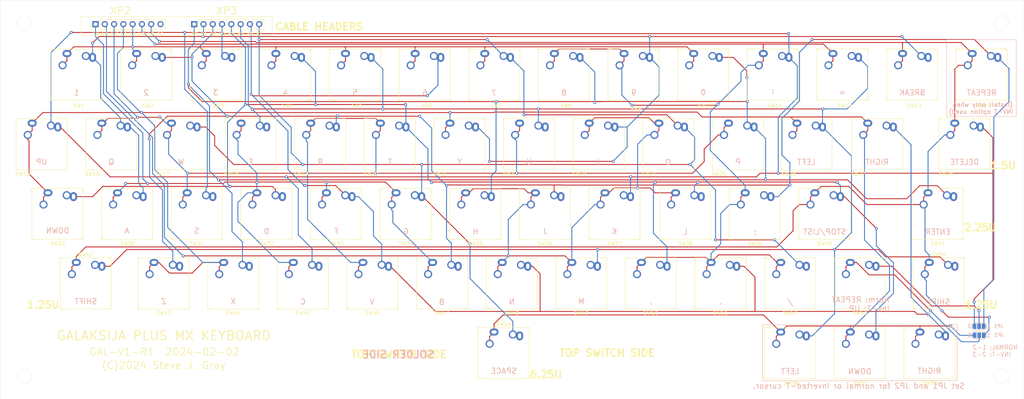
<source format=kicad_pcb>
(kicad_pcb (version 20221018) (generator pcbnew)
  (title_block (title "C128SX MX Keyboard") (date "2023-09-01") (rev "1.0") (company "Steve J. Gray"))
  (layers (0 "F.Cu" signal) (31 "B.Cu" signal) (34 "B.Paste" user) (35 "F.Paste" user) (36 "B.SilkS" user "B.Silkscreen") (37 "F.SilkS" user "F.Silkscreen") (38 "B.Mask" user) (39 "F.Mask" user) (44 "Edge.Cuts" user))
  (net 0 "")
  (net 1 "C1")
  (net 2 "R1")
  (net 3 "C2")
  (net 4 "C3")
  (net 5 "C4")
  (net 6 "C5")
  (net 7 "R2")
  (net 8 "R3")
  (net 9 "R4")
  (net 10 "R5")
  (net 11 "R6")
  (net 12 "R7")
  (net 13 "R0")
  (net 14 "C0")
  (net 15 "C6")
  (net 17 "RR")
  (net 18 "CC")
  (footprint "MX_Hybrid_Library-SJG:SW_Hybrid_CherryMX_GateronLP_1.00u_PCB" (layer "F.Cu") (at 295.5925 133.0325)
    (fp_text reference "SW58")
    (fp_text value "\"RIGHT\"")
  )
  (footprint "MX_Hybrid_Library-SJG:SW_Hybrid_CherryMX_GateronLP_1.00u_PCB" (layer "F.Cu") (at 152.265 94.9325)
    (fp_text reference "SW34")
    (fp_text value "\"G\"")
  )
  (footprint "MX_Hybrid_Library-SJG:SW_Hybrid_CherryMX_GateronLP_1.00u_PCB" (layer "F.Cu") (at 281.305 75.8825)
    (fp_text reference "SW27")
    (fp_text value "\"RIGHT\"")
  )
  (footprint "MX_Hybrid_Library-SJG:SW_Hybrid_CherryMX_GateronLP_1.00u_PCB" (layer "F.Cu") (at 128.905 75.8825)
    (fp_text reference "SW19")
    (fp_text value "\"R\"")
  )
  (footprint "MX_Hybrid_Library-SJG:SW_Hybrid_CherryMX_GateronLP_1.50u_PCB" (layer "F.Cu") (at 305.1175 75.8825)
    (fp_text reference "SW28")
    (fp_text value "\"DELETE\"")
  )
  (footprint "MX_Hybrid_Library-SJG:SW_Hybrid_CherryMX_GateronLP_1.00u_PCB" (layer "F.Cu") (at 124.1425 113.9825)
    (fp_text reference "SW45")
    (fp_text value "\"C\"")
  )
  (footprint "MX_Hybrid_Library-SJG:SW_Hybrid_CherryMX_GateronLP_1.00u_PCB" (layer "F.Cu") (at 228.7375 94.9325)
    (fp_text reference "SW38")
    (fp_text value "\"L\"")
  )
  (footprint "MX_Hybrid_Library-SJG:SW_Hybrid_CherryMX_GateronLP_1.00u_PCB" (layer "F.Cu") (at 143.1925 113.9825)
    (fp_text reference "SW46")
    (fp_text value "\"V\"")
  )
  (footprint "MX_Hybrid_Library-SJG:SW_Hybrid_CherryMX_GateronLP_1.25u_PCB" (layer "F.Cu") (at 64.77 113.9825)
    (fp_text reference "SW42")
    (fp_text value "\"SHIFT\"")
  )
  (footprint "MX_Hybrid_Library-SJG:SW_Hybrid_CherryMX_GateronLP_1.00u_PCB" (layer "F.Cu") (at 271.78 56.8325)
    (fp_text reference "SW12")
    (fp_text value "\"=\"")
  )
  (footprint "MX_Hybrid_Library-SJG:SW_Hybrid_CherryMX_GateronLP_1.00u_PCB" (layer "F.Cu") (at 157.48 56.8325)
    (fp_text reference "SW6")
    (fp_text value "\"6\"")
  )
  (footprint "MX_Hybrid_Library-SJG:SW_Hybrid_CherryMX_GateronLP_1.00u_PCB" (layer "F.Cu") (at 109.855 75.8825)
    (fp_text reference "SW18")
    (fp_text value "\"E\"")
  )
  (footprint "MX_Hybrid_Library-SJG:SW_Hybrid_CherryMX_GateronLP_1.00u_PCB" (layer "F.Cu") (at 81.28 56.8325)
    (fp_text reference "SW2")
    (fp_text value "\"2\"")
  )
  (footprint "MX_Hybrid_Library-SJG:SW_Hybrid_CherryMX_GateronLP_1.00u_PCB" (layer "F.Cu") (at 86.0425 113.9825)
    (fp_text reference "SW43")
    (fp_text value "\"Z\"")
  )
  (footprint "MX_Hybrid_Library-SJG:SW_Hybrid_CherryMX_GateronLP_1.00u_PCB" (layer "F.Cu") (at 186.055 75.8825)
    (fp_text reference "SW22")
    (fp_text value "\"U\"")
  )
  (footprint "MX_Hybrid_Library-SJG:SW_Hybrid_CherryMX_GateronLP_1.00u_PCB" (layer "F.Cu") (at 266.8375 94.9325)
    (fp_text reference "SW40")
    (fp_text value "\"STOP/LIST\"")
  )
  (footprint "MX_Hybrid_Library-SJG:SW_Hybrid_CherryMX_GateronLP_1.00u_PCB" (layer "F.Cu") (at 247.7875 94.9325)
    (fp_text reference "SW39")
    (fp_text value "\";\"")
  )
  (footprint "MX_Hybrid_Library-SJG:SW_Hybrid_CherryMX_GateronLP_1.00u_PCB" (layer "F.Cu") (at 162.2425 113.9825)
    (fp_text reference "SW47")
    (fp_text value "\"B\"")
  )
  (footprint "MX_Hybrid_Library-SJG:SW_Hybrid_CherryMX_GateronLP_1.00u_PCB" (layer "F.Cu") (at 290.83 56.8325)
    (fp_text reference "SW13")
    (fp_text value "\"BREAK\"")
  )
  (footprint "MX_Hybrid_Library-SJG:SW_Hybrid_CherryMX_GateronLP_1.00u_PCB" (layer "F.Cu") (at 100.33 56.8325)
    (fp_text reference "SW3")
    (fp_text value "\"3\"")
  )
  (footprint "MX_Hybrid_Library-SJG:SW_Hybrid_CherryMX_GateronLP_1.00u_PCB" (layer "F.Cu") (at 205.105 75.8825)
    (fp_text reference "SW23")
    (fp_text value "\"I\"")
  )
  (footprint "MX_Hybrid_Library-SJG:SW_Hybrid_CherryMX_GateronLP_1.00u_PCB" (layer "F.Cu") (at 219.3925 113.9825)
    (fp_text reference "SW50")
    (fp_text value "\",\"")
  )
  (footprint "MX_Hybrid_Library-SJG:SW_Hybrid_CherryMX_GateronLP_1.00u_PCB" (layer "F.Cu") (at 200.3425 113.9825)
    (fp_text reference "SW49")
    (fp_text value "\"M\"")
  )
  (footprint "MX_Hybrid_Library-SJG:SW_Hybrid_CherryMX_GateronLP_1.00u_PCB" (layer "F.Cu") (at 95.115 94.9325)
    (fp_text reference "SW31")
    (fp_text value "\"S\"")
  )
  (footprint "MX_Hybrid_Library-SJG:SW_Hybrid_CherryMX_GateronLP_1.00u_PCB" (layer "F.Cu") (at 243.205 75.8825)
    (fp_text reference "SW25")
    (fp_text value "\"P\"")
  )
  (footprint "MX_Hybrid_Library-SJG:SW_Hybrid_CherryMX_GateronLP_1.00u_PCB" (layer "F.Cu") (at 52.705 75.8825)
    (fp_text reference "SW15")
    (fp_text value "\"UP\"")
  )
  (footprint "MX_Hybrid_Library-SJG:SW_Hybrid_CherryMX_GateronLP_1.00u_PCB" (layer "F.Cu") (at 76.065 94.9325)
    (fp_text reference "SW30")
    (fp_text value "\"A\"")
  )
  (footprint "MX_Hybrid_Library-SJG:SW_Hybrid_CherryMX_GateronLP_1.00u_PCB" (layer "F.Cu") (at 119.38 56.8325)
    (fp_text reference "SW4")
    (fp_text value "\"4\"")
  )
  (footprint "MX_Hybrid_Library-SJG:SW_Hybrid_CherryMX_GateronLP_1.00u_PCB" (layer "F.Cu") (at 257.4925 113.9825)
    (fp_text reference "SW52")
    (fp_text value "\"/\"")
  )
  (footprint "MX_Hybrid_Library-SJG:SW_Hybrid_CherryMX_GateronLP_1.00u_PCB" (layer "F.Cu") (at 209.415 94.9325)
    (fp_text reference "SW37")
    (fp_text value "\"K\"")
  )
  (footprint "MX_Hybrid_Library-SJG:SW_Hybrid_CherryMX_GateronLP_1.00u_PCB" (layer "F.Cu") (at 276.5425 133.0325)
    (fp_text reference "SW57")
    (fp_text value "\"DOWN\"")
  )
  (footprint "MX_Hybrid_Library-SJG:SW_Hybrid_CherryMX_GateronLP_1.00u_PCB" (layer "F.Cu") (at 190.365 94.9325)
    (fp_text reference "SW36")
    (fp_text value "\"J\"")
  )
  (footprint "Connector_PinHeader_2.54mm:PinHeader_1x08_P2.54mm_Vertical" (layer "F.Cu") (at 64.89 48.1125 90)
    (fp_text reference "J2" hide)
    (fp_text value "XP2 - COLS")
  )
  (footprint "MX_Hybrid_Library-SJG:SW_Hybrid_CherryMX_GateronLP_1.00u_PCB" (layer "F.Cu") (at 167.005 75.8825)
    (fp_text reference "SW21")
    (fp_text value "\"Y\"")
  )
  (footprint "MX_Hybrid_Library-SJG:SW_Hybrid_CherryMX_GateronLP_6.25u_PCB" (layer "F.Cu") (at 179.07 133.0325)
    (fp_text reference "SW55")
    (fp_text value "\"SPACE\"")
  )
  (footprint "MX_Hybrid_Library-SJG:SW_Hybrid_CherryMX_GateronLP_1.00u_PCB" (layer "F.Cu") (at 147.955 75.8825)
    (fp_text reference "SW20")
    (fp_text value "\"T\"")
  )
  (footprint "MX_Hybrid_Library-SJG:SW_Hybrid_CherryMX_GateronLP_1.25u_PCB" (layer "F.Cu") (at 298.1325 113.9825)
    (fp_text reference "SW54")
    (fp_text value "\"SHIFT\"")
  )
  (footprint "MX_Hybrid_Library-SJG:SW_Hybrid_CherryMX_GateronLP_2.25u_PCB" (layer "F.Cu") (at 297.815 94.9325)
    (fp_text reference "SW41")
    (fp_text value "\"ENTER\"")
  )
  (footprint "MX_Hybrid_Library-SJG:SW_Hybrid_CherryMX_GateronLP_1.00u_PCB" (layer "F.Cu") (at 214.63 56.8325)
    (fp_text reference "SW9")
    (fp_text value "\"9\"")
  )
  (footprint "MX_Hybrid_Library-SJG:SW_Hybrid_CherryMX_GateronLP_1.00u_PCB" (layer "F.Cu") (at 224.155 75.8825)
    (fp_text reference "SW24")
    (fp_text value "\"O\"")
  )
  (footprint "MX_Hybrid_Library-SJG:SW_Hybrid_CherryMX_GateronLP_1.00u_PCB" (layer "F.Cu") (at 176.53 56.8325)
    (fp_text reference "SW7")
    (fp_text value "\"7\"")
  )
  (footprint "MX_Hybrid_Library-SJG:SW_Hybrid_CherryMX_GateronLP_1.00u_PCB" (layer "F.Cu") (at 238.4425 113.9825)
    (fp_text reference "SW51")
    (fp_text value "\".\"")
  )
  (footprint "MX_Hybrid_Library-SJG:SW_Hybrid_CherryMX_GateronLP_1.00u_PCB" (layer "F.Cu") (at 133.215 94.9325)
    (fp_text reference "SW33")
    (fp_text value "\"F\"")
  )
  (footprint "Connector_PinHeader_2.54mm:PinHeader_1x08_P2.54mm_Vertical" (layer "F.Cu") (at 91.89 48.1125 90)
    (fp_text reference "J1" hide)
    (fp_text value "XP3 - ROWS")
  )
  (footprint "MX_Hybrid_Library-SJG:SW_Hybrid_CherryMX_GateronLP_1.00u_PCB" (layer "F.Cu") (at 261.9375 75.8825)
    (fp_text reference "SW26")
    (fp_text value "\"LEFT\"")
  )
  (footprint "MX_Hybrid_Library-SJG:SW_Hybrid_CherryMX_GateronLP_1.00u_PCB" (layer "F.Cu") (at 138.43 56.8325)
    (fp_text reference "SW5")
    (fp_text value "\"5\"")
  )
  (footprint "MX_Hybrid_Library-SJG:SW_Hybrid_CherryMX_GateronLP_1.00u_PCB" (layer "F.Cu") (at 233.68 56.8325)
    (fp_text reference "SW10")
    (fp_text value "\"0\"")
  )
  (footprint "MX_Hybrid_Library-SJG:SW_Hybrid_CherryMX_GateronLP_1.00u_PCB" (layer "F.Cu") (at 57.015 94.9325)
    (fp_text reference "SW29")
    (fp_text value "\"DOWN\"")
  )
  (footprint "MX_Hybrid_Library-SJG:SW_Hybrid_CherryMX_GateronLP_1.00u_PCB" (layer "F.Cu") (at 309.88 56.8325)
    (fp_text reference "SW14")
    (fp_text value "\"REPEAT\"")
  )
  (footprint "MX_Hybrid_Library-SJG:SW_Hybrid_CherryMX_GateronLP_1.00u_PCB" (layer "F.Cu") (at 195.58 56.8325)
    (fp_text reference "SW8")
    (fp_text value "\"8\"")
  )
  (footprint "MX_Hybrid_Library-SJG:SW_Hybrid_CherryMX_GateronLP_1.00u_PCB" (layer "F.Cu") (at 105.0925 113.9825)
    (fp_text reference "SW44")
    (fp_text value "\"X\"")
  )
  (footprint "MX_Hybrid_Library-SJG:SW_Hybrid_CherryMX_GateronLP_1.00u_PCB" (layer "F.Cu") (at 114.165 94.9325)
    (fp_text reference "SW32")
    (fp_text value "\"D\"")
  )
  (footprint "MX_Hybrid_Library-SJG:SW_Hybrid_CherryMX_GateronLP_1.00u_PCB" (layer "F.Cu") (at 90.805 75.8825)
    (fp_text reference "SW17")
    (fp_text value "\"W\"")
  )
  (footprint "MX_Hybrid_Library-SJG:SW_Hybrid_CherryMX_GateronLP_1.00u_PCB" (layer "F.Cu") (at 276.5425 113.9825)
    (fp_text reference "SW53")
    (fp_text value "\"REPEAT\" ")
  )
  (footprint "MX_Hybrid_Library-SJG:SW_Hybrid_CherryMX_GateronLP_1.00u_PCB" (layer "F.Cu") (at 252.73 56.8325)
    (fp_text reference "SW11")
    (fp_text value "\":\"")
  )
  (footprint "MX_Hybrid_Library-SJG:SW_Hybrid_CherryMX_GateronLP_1.00u_PCB" (layer "F.Cu") (at 171.315 94.9325)
    (fp_text reference "SW35")
    (fp_text value "\"H\"")
  )
  (footprint "MX_Hybrid_Library-SJG:SW_Hybrid_CherryMX_GateronLP_1.00u_PCB" (layer "F.Cu") (at 62.23 56.8325)
    (fp_text reference "SW1")
    (fp_text value "\"1\"")
  )
  (footprint "MX_Hybrid_Library-SJG:SW_Hybrid_CherryMX_GateronLP_1.00u_PCB" (layer "F.Cu") (at 71.755 75.8825)
    (fp_text reference "SW16")
    (fp_text value "\"Q\"")
  )
  (footprint "MX_Hybrid_Library-SJG:SW_Hybrid_CherryMX_GateronLP_1.00u_PCB" (layer "F.Cu") (at 181.2925 113.9825)
    (fp_text reference "SW48")
    (fp_text value "\"N\"")
  )
  (footprint "MX_Hybrid_Library-SJG:SW_Hybrid_CherryMX_GateronLP_1.00u_PCB" (layer "F.Cu") (at 257.4925 133.0325)
    (fp_text reference "SW56")
    (fp_text value "\"LEFT\"")
  )
  (footprint "Jumper:SolderJumper-3_P1.3mm_Open_RoundedPad1.0x1.5mm_NumberLabels" (layer "B.Cu") (at 306.63 130.7725 180)
    (fp_text reference "JP1")
    (fp_text value "ROWSEL")
  )
  (footprint "Jumper:SolderJumper-3_P1.3mm_Open_RoundedPad1.0x1.5mm_NumberLabels" (layer "B.Cu") (at 306.66 133.2525 180)
    (fp_text reference "JP2")
    (fp_text value "COLSEL")
  )
  (gr_line (start 300.61 130.5225) (end 300.61 145.6825) (stroke (width 0.12)) (layer "B.SilkS"))
  (gr_line (start 300.61 130.2725) (end 300.61 130.5225) (stroke (width 0.12)) (layer "B.SilkS"))
  (gr_line (start 247.42 130.3125) (end 300.61 130.2725) (stroke (width 0.12)) (layer "B.SilkS"))
  (gr_line (start 247.42 130.3125) (end 247.42 145.7125) (stroke (width 0.12)) (layer "B.SilkS"))
  (gr_line (start 247.42 145.7125) (end 299.51 145.6825) (stroke (width 0.12)) (layer "B.SilkS"))
  (gr_rect (start 297.76 52.3625) (end 316.82 73.3725) (stroke (width 0.12)) (fill none) (layer "B.SilkS"))
  (gr_line (start 300.61 145.6825) (end 299.51 145.6825) (stroke (width 0.12)) (layer "B.SilkS"))
  (gr_rect (start 60.94 46.0625) (end 113.29 51.2625) (stroke (width 0.12)) (fill none) (layer "F.SilkS"))
  (gr_rect (start 38.7825 41.5375) (end 318.9175 150.7125) (stroke (width 0.05)) (fill none) (layer "Edge.Cuts"))
  (gr_circle (center 45.43 144.4725) (end 47.43 144.4725) (stroke (width 0.05)) (fill none) (layer "Edge.Cuts"))
  (gr_circle (center 312.7475 144.4725) (end 314.747501 144.4725) (stroke (width 0.05)) (fill none) (layer "Edge.Cuts"))
  (gr_circle (center 312.7275 47.7525) (end 314.7275 47.7525) (stroke (width 0.05)) (fill none) (layer "Edge.Cuts"))
  (gr_circle (center 45.41 47.7525) (end 47.41 47.7525) (stroke (width 0.05)) (fill none) (layer "Edge.Cuts"))
  (gr_text "LEFT" (at 259.38 86.7325) (layer "B.SilkS") (effects (font (size 1.5 1.5) (thickness 0.2)) (justify bottom mirror)))
  (gr_text "SPACE" (at 176.62 143.8925) (layer "B.SilkS") (effects (font (size 1.5 1.5) (thickness 0.2)) (justify bottom mirror)))
  (gr_text "SHIFT" (at 62.23 124.8425) (layer "B.SilkS") (effects (font (size 1.5 1.5) (thickness 0.2)) (justify bottom mirror)))
  (gr_text "J" (at 187.98 105.6825) (layer "B.SilkS") (effects (font (size 1.5 1.5) (thickness 0.2)) (justify bottom mirror)))
  (gr_text ";" (at 245.43 105.7825) (layer "B.SilkS") (effects (font (size 1.5 1.5) (thickness 0.2)) (justify bottom mirror)))
  (gr_text "F" (at 130.73 105.6325) (layer "B.SilkS") (effects (font (size 1.5 1.5) (thickness 0.2)) (justify bottom mirror)))
  (gr_text "B" (at 160.48 125.0325) (layer "B.SilkS") (effects (font (size 1.5 1.5) (thickness 0.2)) (justify left bottom mirror)))
  (gr_text "SOLDER SIDE" (at 157.79 139.6625) (layer "B.SilkS") (effects (font (size 2 2) (thickness 0.4) bold) (justify left bottom mirror)))
  (gr_text "E" (at 107.33 86.6825) (layer "B.SilkS") (effects (font (size 1.5 1.5) (thickness 0.2)) (justify bottom mirror)))
  (gr_text "2" (at 78.74 67.7325) (layer "B.SilkS") (effects (font (size 1.5 1.5) (thickness 0.2)) (justify bottom mirror)))
  (gr_text "DOWN" (at 54.53 105.4825) (layer "B.SilkS") (effects (font (size 1.5 1.5) (thickness 0.2)) (justify bottom mirror)))
  (gr_text "K" (at 206.83 105.7325) (layer "B.SilkS") (effects (font (size 1.5 1.5) (thickness 0.2)) (justify bottom mirror)))
  (gr_text "N" (at 178.78 124.9825) (layer "B.SilkS") (effects (font (size 1.5 1.5) (thickness 0.2)) (justify bottom mirror)))
  (gr_text "REPEAT" (at 307.34 67.7625) (layer "B.SilkS") (effects (font (size 1.5 1.5) (thickness 0.2)) (justify bottom mirror)))
  (gr_text "BREAK" (at 288.34 67.7325) (layer "B.SilkS") (effects (font (size 1.5 1.5) (thickness 0.2)) (justify bottom mirror)))
  (gr_text "ENTER" (at 295.33 105.8325) (layer "B.SilkS") (effects (font (size 1.5 1.5) (thickness 0.2)) (justify bottom mirror)))
  (gr_text "," (at 216.88 124.7825) (layer "B.SilkS") (effects (font (size 1.5 1.5) (thickness 0.2)) (justify bottom mirror)))
  (gr_text "Q" (at 69.23 86.6825) (layer "B.SilkS") (effects (font (size 1.5 1.5) (thickness 0.2)) (justify bottom mirror)))
  (gr_text "3" (at 97.79 67.6825) (layer "B.SilkS") (effects (font (size 1.5 1.5) (thickness 0.2)) (justify bottom mirror)))
  (gr_text "L" (at 226.28 105.8325) (layer "B.SilkS") (effects (font (size 1.5 1.5) (thickness 0.2)) (justify bottom mirror)))
  (gr_text "P" (at 240.68 86.6825) (layer "B.SilkS") (effects (font (size 1.5 1.5) (thickness 0.2)) (justify bottom mirror)))
  (gr_text "V" (at 140.58 124.9825) (layer "B.SilkS") (effects (font (size 1.5 1.5) (thickness 0.2)) (justify bottom mirror)))
  (gr_text "I" (at 202.53 86.6825) (layer "B.SilkS") (effects (font (size 1.5 1.5) (thickness 0.2)) (justify bottom mirror)))
  (gr_text "0" (at 231.14 67.6825) (layer "B.SilkS") (effects (font (size 1.5 1.5) (thickness 0.2)) (justify bottom mirror)))
  (gr_text "DOWN" (at 274 144.0025) (layer "B.SilkS") (effects (font (size 1.5 1.5) (thickness 0.2)) (justify bottom mirror)))
  (gr_text "NORMAL: 1-2\nINV-T: 2-3" (at 304.75 139.2025) (layer "B.SilkS") (effects (font (size 1.2 1.2)) (justify right bottom mirror)))
  (gr_text "Y" (at 164.48 86.6825) (layer "B.SilkS") (effects (font (size 1.5 1.5) (thickness 0.2)) (justify bottom mirror)))
  (gr_text "C" (at 121.63 124.9325) (layer "B.SilkS") (effects (font (size 1.5 1.5) (thickness 0.2)) (justify bottom mirror)))
  (gr_text "4" (at 116.84 67.7825) (layer "B.SilkS") (effects (font (size 1.5 1.5) (thickness 0.2)) (justify bottom mirror)))
  (gr_text "A" (at 73.48 105.5325) (layer "B.SilkS") (effects (font (size 1.5 1.5) (thickness 0.2)) (justify bottom mirror)))
  (gr_text "=" (at 269.24 67.6825) (layer "B.SilkS") (effects (font (size 1.5 1.5) (thickness 0.2)) (justify bottom mirror)))
  (gr_text "/" (at 254.98 125.1325) (layer "B.SilkS") (effects (font (size 1.5 1.5) (thickness 0.2)) (justify bottom mirror)))
  (gr_text "M" (at 197.83 124.8825) (layer "B.SilkS") (effects (font (size 1.5 1.5) (thickness 0.2)) (justify bottom mirror)))
  (gr_text "O" (at 221.58 86.7825) (layer "B.SilkS") (effects (font (size 1.5 1.5) (thickness 0.2)) (justify bottom mirror)))
  (gr_text "7" (at 173.99 67.8825) (layer "B.SilkS") (effects (font (size 1.5 1.5) (thickness 0.2)) (justify bottom mirror)))
  (gr_text "9" (at 212.19 67.7325) (layer "B.SilkS") (effects (font (size 1.5 1.5) (thickness 0.2)) (justify bottom mirror)))
  (gr_text "UP" (at 50.13 86.6825) (layer "B.SilkS") (effects (font (size 1.5 1.5) (thickness 0.2)) (justify bottom mirror)))
  (gr_text "5" (at 135.89 67.7325) (layer "B.SilkS") (effects (font (size 1.5 1.5) (thickness 0.2)) (justify bottom mirror)))
  (gr_text "S" (at 92.58 105.5325) (layer "B.SilkS") (effects (font (size 1.5 1.5) (thickness 0.2)) (justify bottom mirror)))
  (gr_text "DELETE" (at 302.63 86.7325) (layer "B.SilkS") (effects (font (size 1.5 1.5) (thickness 0.2)) (justify bottom mirror)))
  (gr_text "Set JP1 and JP2 for normal or Inverted-T cursor.\n" (at 273.77 147.9625) (layer "B.SilkS") (effects (font (size 1.5 1.5) (thickness 0.2)) (justify bottom mirror)))
  (gr_text ":" (at 250.19 67.2125) (layer "B.SilkS") (effects (font (size 1.5 1.5) (thickness 0.2)) (justify bottom mirror)))
  (gr_text "8" (at 193.04 67.7825) (layer "B.SilkS") (effects (font (size 1.5 1.5) (thickness 0.2)) (justify bottom mirror)))
  (gr_text "RIGHT" (at 278.73 86.7325) (layer "B.SilkS") (effects (font (size 1.5 1.5) (thickness 0.2)) (justify bottom mirror)))
  (gr_text "Z" (at 83.53 124.8325) (layer "B.SilkS") (effects (font (size 1.5 1.5) (thickness 0.2)) (justify bottom mirror)))
  (gr_text "." (at 235.93 124.9325) (layer "B.SilkS") (effects (font (size 1.5 1.5) (thickness 0.2)) (justify bottom mirror)))
  (gr_text "T" (at 145.43 86.7325) (layer "B.SilkS") (effects (font (size 1.5 1.5) (thickness 0.2)) (justify bottom mirror)))
  (gr_text "U" (at 183.53 86.6825) (layer "B.SilkS") (effects (font (size 1.5 1.5) (thickness 0.2)) (justify bottom mirror)))
  (gr_text "1" (at 59.69 67.7325) (layer "B.SilkS") (effects (font (size 1.5 1.5) (thickness 0.2)) (justify bottom mirror)))
  (gr_text "LEFT" (at 254.92 143.9725) (layer "B.SilkS") (effects (font (size 1.5 1.5) (thickness 0.2)) (justify bottom mirror)))
  (gr_text "STOP/LIST" (at 264.38 105.8325) (layer "B.SilkS") (effects (font (size 1.5 1.5) (thickness 0.2)) (justify bottom mirror)))
  (gr_text "RIGHT" (at 293.03 143.9025) (layer "B.SilkS") (effects (font (size 1.5 1.5) (thickness 0.2)) (justify bottom mirror)))
  (gr_text "H" (at 168.88 105.7825) (layer "B.SilkS") (effects (font (size 1.5 1.5) (thickness 0.2)) (justify bottom mirror)))
  (gr_text "SHIFT" (at 295.66 124.9825) (layer "B.SilkS") (effects (font (size 1.5 1.5) (thickness 0.2)) (justify bottom mirror)))
  (gr_text "6" (at 154.99 67.7325) (layer "B.SilkS") (effects (font (size 1.5 1.5) (thickness 0.2)) (justify bottom mirror)))
  (gr_text "X" (at 102.58 124.8325) (layer "B.SilkS") (effects (font (size 1.5 1.5) (thickness 0.2)) (justify bottom mirror)))
  (gr_text "W" (at 88.28 86.6825) (layer "B.SilkS") (effects (font (size 1.5 1.5) (thickness 0.2)) (justify bottom mirror)))
  (gr_text "G" (at 149.78 105.6825) (layer "B.SilkS") (effects (font (size 1.5 1.5) (thickness 0.2)) (justify bottom mirror)))
  (gr_text "(Install only when\n INV-T option used)" (at 307.63 72.7725) (layer "B.SilkS") (effects (font (size 1.2 1.2) (thickness 0.2)) (justify bottom mirror)))
  (gr_text "R" (at 126.38 86.6825) (layer "B.SilkS") (effects (font (size 1.5 1.5) (thickness 0.2)) (justify bottom mirror)))
  (gr_text "D" (at 111.68 105.6825) (layer "B.SilkS") (effects (font (size 1.5 1.5) (thickness 0.2)) (justify bottom mirror)))
  (gr_text "Norm: REPEAT\nInv-T: UP\n" (at 282.27 126.8125) (layer "B.SilkS") (effects (font (size 1.5 1.5) (thickness 0.2)) (justify left bottom mirror)))
  (gr_text "XP3" (at 100.81 45.6025) (layer "F.SilkS") (effects (font (size 2 2) (thickness 0.2)) (justify bottom)))
  (gr_text "TOP SWITCH SIDE" (at 191.53 139.2425) (layer "F.SilkS") (effects (font (size 2 2) (thickness 0.4) bold) (justify left bottom)))
  (gr_text "GALAKSIJA PLUS MX KEYBOARD" (at 83.56 134.7725) (layer "F.SilkS") (effects (font (size 2.5 2.5) (thickness 0.28)) (justify bottom)))
  (gr_text "(C)2024 Steve J. Gray" (at 83.56 142.6225) (layer "F.SilkS") (effects (font (size 2 2) (thickness 0.2)) (justify bottom)))
  (gr_text "GAL-V1-R1  2024-02-02" (at 83.69 138.9525) (layer "F.SilkS") (effects (font (size 2 2) (thickness 0.2)) (justify bottom)))
  (gr_text "R0 R1 R2 R3 R4 R5 R6 R7" (at 91.01 51.1525) (layer "F.SilkS") (effects (font (size 0.8 0.93)) (justify left bottom)))
  (gr_text "1.25U" (at 302.5925 126.0625) (layer "F.SilkS") (effects (font (size 2 2) (thickness 0.4) bold) (justify left bottom)))
  (gr_text "TOP SWITCH SIDE" (at 134.57 139.6225) (layer "F.SilkS") (effects (font (size 2 2) (thickness 0.4) bold) (justify left bottom)))
  (gr_text "1.25U" (at 55.23 126.0625) (layer "F.SilkS") (effects (font (size 2 2) (thickness 0.4) bold) (justify right bottom)))
  (gr_text "2.25U" (at 302.275 104.9125) (layer "F.SilkS") (effects (font (size 2 2) (thickness 0.4) bold) (justify left bottom)))
  (gr_text "CABLE HEADERS" (at 113.84 49.9625) (layer "F.SilkS") (effects (font (size 2 2) (thickness 0.4) bold) (justify left bottom)))
  (gr_text "1.5U" (at 309.5625 87.9475) (layer "F.SilkS") (effects (font (size 2 2) (thickness 0.4) bold) (justify left bottom)))
  (gr_text "C0 C1 C2 C3 C4 C5 C6 nc" (at 63.99 51.0725) (layer "F.SilkS") (effects (font (size 0.8 0.93)) (justify left bottom)))
  (gr_text "6.25U" (at 183.515 145.0975) (layer "F.SilkS") (effects (font (size 2 2) (thickness 0.4) bold) (justify left bottom)))
  (gr_text "XP2" (at 71.74 45.6025) (layer "F.SilkS") (effects (font (size 2 2) (thickness 0.2)) (justify bottom)))
  (segment (start 174.9425 116.5225) (end 174.9425 114.5225) (width 0.25) (layer "F.Cu") (net 1))
  (segment (start 195.2025 113.3125) (end 195.13 113.3125) (width 0.25) (layer "F.Cu") (net 1))
  (segment (start 217.79 75.2125) (end 219.015 75.2125) (width 0.25) (layer "F.Cu") (net 1))
  (segment (start 177.83 111.5125) (end 179.115 111.5125) (width 0.25) (layer "F.Cu") (net 1))
  (segment (start 184.015 95.4725) (end 185.225 94.2625) (width 0.25) (layer "F.Cu") (net 1))
  (segment (start 182.13 93.1325) (end 168.23 93.1325) (width 0.25) (layer "F.Cu") (net 1))
  (segment (start 179.115 111.5125) (end 180.33 111.5125) (width 0.25) (layer "F.Cu") (net 1))
  (segment (start 183.26 94.2625) (end 182.13 93.1325) (width 0.25) (layer "F.Cu") (net 1))
  (segment (start 203.065 97.4725) (end 203.065 95.4725) (width 0.25) (layer "F.Cu") (net 1))
  (segment (start 168.23 93.1325) (end 167.1 94.2625) (width 0.25) (layer "F.Cu") (net 1))
  (segment (start 164.965 95.4725) (end 166.175 94.2625) (width 0.25) (layer "F.Cu") (net 1))
  (segment (start 216.29 73.7125) (end 217.79 75.2125) (width 0.25) (layer "F.Cu") (net 1))
  (segment (start 195.13 113.3125) (end 193.33 111.5125) (width 0.25) (layer "F.Cu") (net 1))
  (segment (start 167.1 94.2625) (end 166.175 94.2625) (width 0.25) (layer "F.Cu") (net 1))
  (segment (start 201.465 73.7125) (end 216.29 73.7125) (width 0.25) (layer "F.Cu") (net 1))
  (segment (start 164.965 97.4725) (end 164.965 95.4725) (width 0.25) (layer "F.Cu") (net 1))
  (segment (start 174.9425 114.5225) (end 176.1525 113.3125) (width 0.25) (layer "F.Cu") (net 1))
  (segment (start 217.96 94.2625) (end 223.5975 94.2625) (width 0.25) (layer "F.Cu") (net 1))
  (segment (start 222.3875 95.4725) (end 223.5975 94.2625) (width 0.25) (layer "F.Cu") (net 1))
  (segment (start 199.965 75.2125) (end 201.465 73.7125) (width 0.25) (layer "F.Cu") (net 1))
  (segment (start 216.63 92.9325) (end 217.96 94.2625) (width 0.25) (layer "F.Cu") (net 1))
  (segment (start 213.23 92.9325) (end 216.63 92.9325) (width 0.25) (layer "F.Cu") (net 1))
  (segment (start 180.33 111.5125) (end 180.94 111.5125) (width 0.25) (layer "F.Cu") (net 1))
  (segment (start 219.015 77.2125) (end 217.805 78.4225) (width 0.25) (layer "F.Cu") (net 1))
  (segment (start 205.4 94.2625) (end 206.73 92.9325) (width 0.25) (layer "F.Cu") (net 1))
  (segment (start 222.3875 97.4725) (end 222.3875 95.4725) (width 0.25) (layer "F.Cu") (net 1))
  (segment (start 199.965 75.2125) (end 199.965 77.2125) (width 0.25) (layer "F.Cu") (net 1))
  (segment (start 185.225 94.2625) (end 183.26 94.2625) (width 0.25) (layer "F.Cu") (net 1))
  (segment (start 193.9925 116.5225) (end 193.9925 114.5225) (width 0.25) (layer "F.Cu") (net 1))
  (segment (start 199.965 77.2125) (end 198.755 78.4225) (width 0.25) (layer "F.Cu") (net 1))
  (segment (start 97.43 111.5125) (end 177.83 111.5125) (width 0.25) (layer "F.Cu") (net 1))
  (segment (start 193.9925 114.5225) (end 195.2025 113.3125) (width 0.25) (layer "F.Cu") (net 1))
  (segment (start 184.015 97.4725) (end 184.015 95.4725) (width 0.25) (layer "F.Cu") (net 1))
  (segment (start 219.015 75.2125) (end 219.015 77.2125) (width 0.25) (layer "F.Cu") (net 1))
  (segment (start 203.065 95.4725) (end 204.275 94.2625) (width 0.25) (layer "F.Cu") (net 1))
  (segment (start 97.43 111.5125) (end 88.83 111.5125) (width 0.25) (layer "F.Cu") (net 1))
  (segment (start 204.275 94.2625) (end 205.4 94.2625) (width 0.25) (layer "F.Cu") (net 1))
  (segment (start 180.94 111.5125) (end 193.33 111.5125) (width 0.25) (layer "F.Cu") (net 1))
  (segment (start 206.73 92.9325) (end 213.23 92.9325) (width 0.25) (layer "F.Cu") (net 1))
  (via (at 213.23 92.9325) (size 0.8) (drill 0.4) (layers "F.Cu" "B.Cu") (net 1))
  (via (at 88.83 111.5125) (size 0.8) (drill 0.4) (layers "F.Cu" "B.Cu") (net 1))
  (via (at 177.83 111.5125) (size 0.8) (drill 0.4) (layers "F.Cu" "B.Cu") (net 1))
  (segment (start 176.1525 113.19) (end 177.83 111.5125) (width 0.25) (layer "B.Cu") (net 1))
  (segment (start 213.2 92.9025) (end 213.23 92.9325) (width 0.25) (layer "B.Cu") (net 1))
  (segment (start 176.1525 113.3125) (end 176.1525 113.19) (width 0.25) (layer "B.Cu") (net 1))
  (segment (start 67.89 48.5725) (end 67.89 66.5125) (width 0.25) (layer "B.Cu") (net 1))
  (segment (start 177.83 101.5325) (end 181.03 98.3325) (width 0.25) (layer "B.Cu") (net 1))
  (segment (start 67.89 66.5125) (end 80.49 79.1125) (width 0.25) (layer "B.Cu") (net 1))
  (segment (start 83.73 92.2325) (end 83.73 99.0325) (width 0.25) (layer "B.Cu") (net 1))
  (segment (start 80.49 88.9925) (end 83.73 92.2325) (width 0.25) (layer "B.Cu") (net 1))
  (segment (start 86.23 108.9325) (end 88.81 111.5125) (width 0.25) (layer "B.Cu") (net 1))
  (segment (start 184.015 97.4725) (end 181.89 97.4725) (width 0.25) (layer "B.Cu") (net 1))
  (segment (start 213.2 81.0025) (end 213.2 92.9025) (width 0.25) (layer "B.Cu") (net 1))
  (segment (start 201.509366 97.4725) (end 195.2025 103.779366) (width 0.25) (layer "B.Cu") (net 1))
  (segment (start 67.43 48.1125) (end 67.89 48.5725) (width 0.25) (layer "B.Cu") (net 1))
  (segment (start 80.49 79.1125) (end 80.49 88.9925) (width 0.25) (layer "B.Cu") (net 1))
  (segment (start 181.89 97.4725) (end 181.03 98.3325) (width 0.25) (layer "B.Cu") (net 1))
  (segment (start 83.73 106.4325) (end 83.73 99.0325) (width 0.25) (layer "B.Cu") (net 1))
  (segment (start 86.23 108.9325) (end 83.73 106.4325) (width 0.25) (layer "B.Cu") (net 1))
  (segment (start 217.805 78.4225) (end 215.78 78.4225) (width 0.25) (layer "B.Cu") (net 1))
  (segment (start 177.83 111.5125) (end 177.83 101.5325) (width 0.25) (layer "B.Cu") (net 1))
  (segment (start 203.065 97.4725) (end 201.509366 97.4725) (width 0.25) (layer "B.Cu") (net 1))
  (segment (start 88.81 111.5125) (end 88.83 111.5125) (width 0.25) (layer "B.Cu") (net 1))
  (segment (start 195.2025 103.779366) (end 195.2025 113.3125) (width 0.25) (layer "B.Cu") (net 1))
  (segment (start 215.78 78.4225) (end 213.2 81.0025) (width 0.25) (layer "B.Cu") (net 1))
  (segment (start 216.49 51.5125) (end 285.49 51.5125) (width 0.25) (layer "F.Cu") (net 2))
  (segment (start 65.86 51.5125) (end 64.09 53.2825) (width 0.25) (layer "F.Cu") (net 2))
  (segment (start 67.81 51.5125) (end 65.86 51.5125) (width 0.25) (layer "F.Cu") (net 2))
  (segment (start 94.29 51.5125) (end 216.49 51.5125) (width 0.25) (layer "F.Cu") (net 2))
  (segment (start 94.29 51.5125) (end 67.81 51.5125) (width 0.25) (layer "F.Cu") (net 2))
  (segment (start 206.54 85.6625) (end 172.69 85.6625) (width 0.25) (layer "F.Cu") (net 2))
  (via (at 285.49 51.5125) (size 0.8) (drill 0.4) (layers "F.Cu" "B.Cu") (net 2))
  (via (at 216.49 51.5125) (size 0.8) (drill 0.4) (layers "F.Cu" "B.Cu") (net 2))
  (via (at 172.69 85.6625) (size 0.8) (drill 0.4) (layers "F.Cu" "B.Cu") (net 2))
  (via (at 206.54 85.6625) (size 0.8) (drill 0.4) (layers "F.Cu" "B.Cu") (net 2))
  (via (at 64.09 53.2825) (size 0.8) (drill 0.4) (layers "F.Cu" "B.Cu") (net 2))
  (via (at 94.29 51.5125) (size 0.8) (drill 0.4) (layers "F.Cu" "B.Cu") (net 2))
  (segment (start 210.34 81.7625) (end 208.99 83.1125) (width 0.25) (layer "B.Cu") (net 2))
  (segment (start 73.615 76.2625) (end 74.39 76.2625) (width 0.25) (layer "B.Cu") (net 2))
  (segment (start 168.865 76.2625) (end 169.44 76.2625) (width 0.25) (layer "B.Cu") (net 2))
  (segment (start 66.29 59.4125) (end 66.29 68.3625) (width 0.25) (layer "B.Cu") (net 2))
  (segment (start 216.49 57.2125) (end 216.49 51.5125) (width 0.25) (layer "B.Cu") (net 2))
  (segment (start 94.43 51.3725) (end 94.29 51.5125) (width 0.25) (layer "B.Cu") (net 2))
  (segment (start 210.34 76.2625) (end 210.34 81.7625) (width 0.25) (layer "B.Cu") (net 2))
  (segment (start 290.83 56.8325) (end 285.51 51.5125) (width 0.25) (layer "B.Cu") (net 2))
  (segment (start 64.09 53.2825) (end 64.09 57.2125) (width 0.25) (layer "B.Cu") (net 2))
  (segment (start 210.34 76.2625) (end 219.09 67.5125) (width 0.25) (layer "B.Cu") (net 2))
  (segment (start 285.51 51.5125) (end 285.49 51.5125) (width 0.25) (layer "B.Cu") (net 2))
  (segment (start 219.09 59.8125) (end 216.49 57.2125) (width 0.25) (layer "B.Cu") (net 2))
  (segment (start 206.54 85.5625) (end 206.54 85.6625) (width 0.25) (layer "B.Cu") (net 2))
  (segment (start 208.99 83.1125) (end 206.54 85.5625) (width 0.25) (layer "B.Cu") (net 2))
  (segment (start 71.755 73.8275) (end 71.755 75.8825) (width 0.25) (layer "B.Cu") (net 2))
  (segment (start 94.43 48.1125) (end 94.43 51.3725) (width 0.25) (layer "B.Cu") (net 2))
  (segment (start 219.09 67.5125) (end 219.09 59.8125) (width 0.25) (layer "B.Cu") (net 2))
  (segment (start 74.39 76.2625) (end 76.69 78.5625) (width 0.25) (layer "B.Cu") (net 2))
  (segment (start 76.69 78.5625) (end 76.69 91.6975) (width 0.25) (layer "B.Cu") (net 2))
  (segment (start 172.69 79.5125) (end 172.69 85.6625) (width 0.25) (layer "B.Cu") (net 2))
  (segment (start 76.69 91.6975) (end 77.925 92.9325) (width 0.25) (layer "B.Cu") (net 2))
  (segment (start 64.09 57.2125) (end 66.29 59.4125) (width 0.25) (layer "B.Cu") (net 2))
  (segment (start 169.44 76.2625) (end 172.69 79.5125) (width 0.25) (layer "B.Cu") (net 2))
  (segment (start 206.965 76.2625) (end 210.34 76.2625) (width 0.25) (layer "B.Cu") (net 2))
  (segment (start 77.925 92.9325) (end 77.925 95.3125) (width 0.25) (layer "B.Cu") (net 2))
  (segment (start 66.29 68.3625) (end 71.755 73.8275) (width 0.25) (layer "B.Cu") (net 2))
  (segment (start 123.765 75.2125) (end 125.065 73.9125) (width 0.25) (layer "F.Cu") (net 3))
  (segment (start 66.99 75.2125) (end 68.29 73.9125) (width 0.25) (layer "F.Cu") (net 3))
  (segment (start 231.43 82.291866) (end 231.43 85.7125) (width 0.25) (layer "F.Cu") (net 3))
  (segment (start 180.915 77.2125) (end 179.705 78.4225) (width 0.25) (layer "F.Cu") (net 3))
  (segment (start 142.815 75.2125) (end 142.815 77.2125) (width 0.25) (layer "F.Cu") (net 3))
  (segment (start 141.515 73.9125) (end 142.815 75.2125) (width 0.25) (layer "F.Cu") (net 3))
  (segment (start 123.765 77.2125) (end 122.555 78.4225) (width 0.25) (layer "F.Cu") (net 3))
  (segment (start 231.43 85.7125) (end 228.23 88.9125) (width 0.25) (layer "F.Cu") (net 3))
  (segment (start 82.39 73.6125) (end 82.49 73.5125) (width 0.25) (layer "F.Cu") (net 3))
  (segment (start 76.39 73.6125) (end 82.39 73.6125) (width 0.25) (layer "F.Cu") (net 3))
  (segment (start 85.665 77.2125) (end 84.455 78.4225) (width 0.25) (layer "F.Cu") (net 3))
  (segment (start 122.89 88.9125) (end 141.49 88.9125) (width 0.25) (layer "F.Cu") (net 3))
  (segment (start 68.29 73.9125) (end 76.09 73.9125) (width 0.25) (layer "F.Cu") (net 3))
  (segment (start 136.8425 114.5225) (end 138.0525 113.3125) (width 0.25) (layer "F.Cu") (net 3))
  (segment (start 66.615 75.2125) (end 66.615 77.2125) (width 0.25) (layer "F.Cu") (net 3))
  (segment (start 235.299366 78.4225) (end 231.43 82.291866) (width 0.25) (layer "F.Cu") (net 3))
  (segment (start 76.09 73.9125) (end 76.39 73.6125) (width 0.25) (layer "F.Cu") (net 3))
  (segment (start 236.855 78.4225) (end 235.299366 78.4225) (width 0.25) (layer "F.Cu") (net 3))
  (segment (start 90.09 88.9125) (end 122.89 88.9125) (width 0.25) (layer "F.Cu") (net 3))
  (segment (start 66.615 75.2125) (end 66.99 75.2125) (width 0.25) (layer "F.Cu") (net 3))
  (segment (start 180.915 75.2125) (end 180.915 77.2125) (width 0.25) (layer "F.Cu") (net 3))
  (segment (start 85.665 75.2125) (end 85.665 77.2125) (width 0.25) (layer "F.Cu") (net 3))
  (segment (start 66.615 77.2125) (end 65.405 78.4225) (width 0.25) (layer "F.Cu") (net 3))
  (segment (start 123.765 75.2125) (end 123.765 77.2125) (width 0.25) (layer "F.Cu") (net 3))
  (segment (start 88.765 97.4725) (end 88.765 95.4725) (width 0.25) (layer "F.Cu") (net 3))
  (segment (start 88.765 95.4725) (end 89.975 94.2625) (width 0.25) (layer "F.Cu") (net 3))
  (segment (start 236.855 76.4225) (end 238.065 75.2125) (width 0.25) (layer "F.Cu") (net 3))
  (segment (start 141.49 88.9125) (end 180.09 88.9125) (width 0.25) (layer "F.Cu") (net 3))
  (segment (start 236.855 78.4225) (end 236.855 76.4225) (width 0.25) (layer "F.Cu") (net 3))
  (segment (start 125.065 73.9125) (end 141.515 73.9125) (width 0.25) (layer "F.Cu") (net 3))
  (segment (start 136.8425 116.5225) (end 136.8425 114.5225) (width 0.25) (layer "F.Cu") (net 3))
  (segment (start 142.815 77.2125) (end 141.605 78.4225) (width 0.25) (layer "F.Cu") (net 3))
  (segment (start 228.23 88.9125) (end 180.09 88.9125) (width 0.25) (layer "F.Cu") (net 3))
  (via (at 76.39 73.6125) (size 0.8) (drill 0.4) (layers "F.Cu" "B.Cu") (net 3))
  (via (at 82.49 73.5125) (size 0.8) (drill 0.4) (layers "F.Cu" "B.Cu") (net 3))
  (via (at 180.09 88.9125) (size 0.8) (drill 0.4) (layers "F.Cu" "B.Cu") (net 3))
  (via (at 90.09 88.9125) (size 0.8) (drill 0.4) (layers "F.Cu" "B.Cu") (net 3))
  (via (at 122.89 88.9125) (size 0.8) (drill 0.4) (layers "F.Cu" "B.Cu") (net 3))
  (via (at 141.49 88.9125) (size 0.8) (drill 0.4) (layers "F.Cu" "B.Cu") (net 3))
  (segment (start 122.89 80.5125) (end 122.555 80.1775) (width 0.25) (layer "B.Cu") (net 3))
  (segment (start 134.69 113.3125) (end 138.0525 113.3125) (width 0.25) (layer "B.Cu") (net 3))
  (segment (start 122.89 88.9125) (end 122.91 88.9325) (width 0.25) (layer "B.Cu") (net 3))
  (segment (start 180.09 80.1125) (end 180.09 88.9125) (width 0.25) (layer "B.Cu") (net 3))
  (segment (start 89.975 89.0275) (end 89.975 94.2625) (width 0.25) (layer "B.Cu") (net 3))
  (segment (start 179.705 79.7275) (end 180.09 80.1125) (width 0.25) (layer "B.Cu") (net 3))
  (segment (start 122.555 80.1775) (end 122.555 78.4225) (width 0.25) (layer "B.Cu") (net 3))
  (segment (start 141.605 88.7975) (end 141.49 88.9125) (width 0.25) (layer "B.Cu") (net 3))
  (segment (start 82.49 73.5125) (end 84.19 75.2125) (width 0.25) (layer "B.Cu") (net 3))
  (segment (start 84.89 80.1125) (end 84.89 83.7125) (width 0.25) (layer "B.Cu") (net 3))
  (segment (start 122.91 88.9325) (end 122.91 101.5325) (width 0.25) (layer "B.Cu") (net 3))
  (segment (start 122.91 101.5325) (end 134.69 113.3125) (width 0.25) (layer "B.Cu") (net 3))
  (segment (start 84.89 83.7125) (end 90.09 88.9125) (width 0.25) (layer "B.Cu") (net 3))
  (segment (start 122.89 88.9125) (end 122.89 80.5125) (width 0.25) (layer "B.Cu") (net 3))
  (segment (start 69.97 67.1925) (end 76.39 73.6125) (width 0.25) (layer "B.Cu") (net 3))
  (segment (start 84.89 78.8575) (end 84.89 80.1125) (width 0.25) (layer "B.Cu") (net 3))
  (segment (start 69.97 48.1125) (end 69.97 67.1925) (width 0.25) (layer "B.Cu") (net 3))
  (segment (start 141.605 78.4225) (end 141.605 88.7975) (width 0.25) (layer "B.Cu") (net 3))
  (segment (start 90.09 88.9125) (end 89.975 89.0275) (width 0.25) (layer "B.Cu") (net 3))
  (segment (start 84.19 75.2125) (end 85.665 75.2125) (width 0.25) (layer "B.Cu") (net 3))
  (segment (start 84.455 78.4225) (end 84.89 78.8575) (width 0.25) (layer "B.Cu") (net 3))
  (segment (start 179.705 78.4225) (end 179.705 79.7275) (width 0.25) (layer "B.Cu") (net 3))
  (segment (start 271.4025 130.89) (end 271.6 130.6925) (width 0.25) (layer "F.Cu") (net 4))
  (segment (start 276.165 77.2125) (end 274.955 78.4225) (width 0.25) (layer "F.Cu") (net 4))
  (segment (start 98.7425 114.5225) (end 99.9525 113.3125) (width 0.25) (layer "F.Cu") (net 4))
  (segment (start 254.38 130.6925) (end 271.6 130.6925) (width 0.25) (layer "F.Cu") (net 4))
  (segment (start 46.7 89.0875) (end 51.875 94.2625) (width 0.25) (layer "F.Cu") (net 4))
  (segment (start 77.49 72.3125) (end 50.465 72.3125) (width 0.25) (layer "F.Cu") (net 4))
  (segment (start 50.665 97.4725) (end 50.665 95.4725) (width 0.25) (layer "F.Cu") (net 4))
  (segment (start 173.93 130.1325) (end 176.4 127.6625) (width 0.25) (layer "F.Cu") (net 4))
  (segment (start 160.655 78.4225) (end 160.655 76.4225) (width 0.25) (layer "F.Cu") (net 4))
  (segment (start 80.9025 113.3125) (end 82.21 113.3125) (width 0.25) (layer "F.Cu") (net 4))
  (segment (start 160.655 76.4225) (end 161.865 75.2125) (width 0.25) (layer "F.Cu") (net 4))
  (segment (start 290.4525 132.3625) (end 290.4525 130.7) (width 0.25) (layer "F.Cu") (net 4))
  (segment (start 270.1925 133.5725) (end 271.4025 132.3625) (width 0.25) (layer "F.Cu") (net 4))
  (segment (start 77.49 72.3125) (end 158.965 72.3125) (width 0.25) (layer "F.Cu") (net 4))
  (segment (start 50.665 95.4725) (end 51.875 94.2625) (width 0.25) (layer "F.Cu") (net 4))
  (segment (start 176.4 127.6625) (end 247.6525 127.6625) (width 0.25) (layer "F.Cu") (net 4))
  (segment (start 251.1425 133.5725) (end 252.3525 132.3625) (width 0.25) (layer "F.Cu") (net 4))
  (segment (start 172.72 135.5725) (end 172.72 133.5725) (width 0.25) (layer "F.Cu") (net 4))
  (segment (start 91.33 116.2325) (end 94.25 113.3125) (width 0.25) (layer "F.Cu") (net 4))
  (segment (start 173.89 72.3125) (end 174.015 72.1875) (width 0.25) (layer "F.Cu") (net 4))
  (segment (start 46.7 80.0825) (end 46.7 89.0875) (width 0.25) (layer "F.Cu") (net 4))
  (segment (start 82.21 113.3125) (end 85.13 116.2325) (width 0.25) (layer "F.Cu") (net 4))
  (segment (start 252.3525 132.3625) (end 254.0225 130.6925) (width 0.25) (layer "F.Cu") (net 4))
  (segment (start 289.2425 133.5725) (end 290.4525 132.3625) (width 0.25) (layer "F.Cu") (net 4))
  (segment (start 270.1925 135.5725) (end 270.1925 133.5725) (width 0.25) (layer "F.Cu") (net 4))
  (segment (start 290.46 130.6925) (end 298.86 130.6925) (width 0.25) (layer "F.Cu") (net 4))
  (segment (start 274.465 73.5125) (end 276.165 75.2125) (width 0.25) (layer "F.Cu") (net 4))
  (segment (start 254.89 73.5125) (end 274.465 73.5125) (width 0.25) (layer "F.Cu") (net 4))
  (segment (start 47.565 75.2125) (end 47.565 77.2125) (width 0.25) (layer "F.Cu") (net 4))
  (segment (start 94.25 113.3125) (end 99.9525 113.3125) (width 0.25) (layer "F.Cu") (net 4))
  (segment (start 98.7425 116.5225) (end 98.7425 114.5225) (width 0.25) (layer "F.Cu") (net 4))
  (segment (start 172.72 133.5725) (end 173.93 132.3625) (width 0.25) (layer "F.Cu") (net 4))
  (segment (start 47.565 77.2125) (end 46.355 78.4225) (width 0.25) (layer "F.Cu") (net 4))
  (segment (start 251.1425 135.5725) (end 251.1425 133.5725) (width 0.25) (layer "F.Cu") (net 4))
  (segment (start 79.6925 116.5225) (end 79.6925 114.5225) (width 0.25) (layer "F.Cu") (net 4))
  (segment (start 230.843122 73.5125) (end 254.89 73.5125) (width 0.25) (layer "F.Cu") (net 4))
  (segment (start 174.015 72.1875) (end 229.518122 72.1875) (width 0.25) (layer "F.Cu") (net 4))
  (segment (start 173.93 132.3625) (end 173.93 130.1325) (width 0.25) (layer "F.Cu") (net 4))
  (segment (start 85.13 116.2325) (end 91.33 116.2325) (width 0.25) (layer "F.Cu") (net 4))
  (segment (start 46.355 78.4225) (end 46.355 79.7375) (width 0.25) (layer "F.Cu") (net 4))
  (segment (start 255.0975 73.5125) (end 256.7975 75.2125) (width 0.25) (layer "F.Cu") (net 4))
  (segment (start 50.465 72.3125) (end 47.565 75.2125) (width 0.25) (layer "F.Cu") (net 4))
  (segment (start 276.165 75.2125) (end 276.165 77.2125) (width 0.25) (layer "F.Cu") (net 4))
  (segment (start 289.2425 135.5725) (end 289.2425 133.5725) (width 0.25) (layer "F.Cu") (net 4))
  (segment (start 247.6525 127.6625) (end 252.3525 132.3625) (width 0.25) (layer "F.Cu") (net 4))
  (segment (start 46.355 79.7375) (end 46.7 80.0825) (width 0.25) (layer "F.Cu") (net 4))
  (segment (start 254.89 73.5125) (end 255.0975 73.5125) (width 0.25) (layer "F.Cu") (net 4))
  (segment (start 271.6 130.6925) (end 290.46 130.6925) (width 0.25) (layer "F.Cu") (net 4))
  (segment (start 161.89 72.3125) (end 173.89 72.3125) (width 0.25) (layer "F.Cu") (net 4))
  (segment (start 229.518122 72.1875) (end 230.843122 73.5125) (width 0.25) (layer "F.Cu") (net 4))
  (segment (start 290.4525 130.7) (end 290.46 130.6925) (width 0.25) (layer "F.Cu") (net 4))
  (segment (start 254.0225 130.6925) (end 254.38 130.6925) (width 0.25) (layer "F.Cu") (net 4))
  (segment (start 256.7975 77.2125) (end 255.5875 78.4225) (width 0.25) (layer "F.Cu") (net 4))
  (segment (start 158.965 72.3125) (end 161.89 72.3125) (width 0.25) (layer "F.Cu") (net 4))
  (segment (start 271.4025 132.3625) (end 271.4025 130.89) (width 0.25) (layer "F.Cu") (net 4))
  (segment (start 256.7975 75.2125) (end 256.7975 77.2125) (width 0.25) (layer "F.Cu") (net 4))
  (segment (start 79.6925 114.5225) (end 80.9025 113.3125) (width 0.25) (layer "F.Cu") (net 4))
  (via (at 298.86 130.6925) (size 0.8) (drill 0.4) (layers "F.Cu" "B.Cu") (net 4))
  (via (at 77.49 72.3125) (size 0.8) (drill 0.4) (layers "F.Cu" "B.Cu") (net 4))
  (via (at 161.89 72.3125) (size 0.8) (drill 0.4) (layers "F.Cu" "B.Cu") (net 4))
  (segment (start 282.13 121.1325) (end 271.4025 131.86) (width 0.25) (layer "B.Cu") (net 4))
  (segment (start 274.955 78.4225) (end 275.29 78.7575) (width 0.25) (layer "B.Cu") (net 4))
  (segment (start 301.43 133.2625) (end 298.86 130.6925) (width 0.25) (layer "B.Cu") (net 4))
  (segment (start 305.36 133.2525) (end 305.35 133.2625) (width 0.25) (layer "B.Cu") (net 4))
  (segment (start 72.51 54.4925) (end 70.89 56.1125) (width 0.25) (layer "B.Cu") (net 4))
  (segment (start 70.89 65.9125) (end 77.29 72.3125) (width 0.25) (layer "B.Cu") (net 4))
  (segment (start 161.865 72.3375) (end 161.89 72.3125) (width 0.25) (layer "B.Cu") (net 4))
  (segment (start 94.21 113.3125) (end 99.9525 113.3125) (width 0.25) (layer "B.Cu") (net 4))
  (segment (start 81.09 87.8925) (end 84.63 91.4325) (width 0.25) (layer "B.Cu") (net 4))
  (segment (start 72.51 48.1125) (end 72.51 54.4925) (width 0.25) (layer "B.Cu") (net 4))
  (segment (start 282.13 114.0325) (end 282.13 121.1325) (width 0.25) (layer "B.Cu") (net 4))
  (segment (start 305.35 133.2625) (end 301.43 133.2625) (width 0.25) (layer "B.Cu") (net 4))
  (segment (start 81.09 75.9125) (end 81.09 87.8925) (width 0.25) (layer "B.Cu") (net 4))
  (segment (start 271.4025 131.86) (end 271.4025 132.3625) (width 0.25) (layer "B.Cu") (net 4))
  (segment (start 84.63 91.4325) (end 84.63 103.7325) (width 0.25) (layer "B.Cu") (net 4))
  (segment (start 84.63 103.7325) (end 94.21 113.3125) (width 0.25) (layer "B.Cu") (net 4))
  (segment (start 275.29 78.7575) (end 275.29 107.1925) (width 0.25) (layer "B.Cu") (net 4))
  (segment (start 275.29 107.1925) (end 282.13 114.0325) (width 0.25) (layer "B.Cu") (net 4))
  (segment (start 70.89 56.1125) (end 70.89 65.9125) (width 0.25) (layer "B.Cu") (net 4))
  (segment (start 77.29 72.3125) (end 77.49 72.3125) (width 0.25) (layer "B.Cu") (net 4))
  (segment (start 77.49 72.3125) (end 81.09 75.9125) (width 0.25) (layer "B.Cu") (net 4))
  (segment (start 161.865 75.2125) (end 161.865 72.3375) (width 0.25) (layer "B.Cu") (net 4))
  (segment (start 93.34 54.3125) (end 95.19 56.1625) (width 0.25) (layer "F.Cu") (net 5))
  (segment (start 133.29 58.1625) (end 132.08 59.3725) (width 0.25) (layer "F.Cu") (net 5))
  (segment (start 133.29 54.5125) (end 133.09 54.3125) (width 0.25) (layer "F.Cu") (net 5))
  (segment (start 152.34 54.3625) (end 152.29 54.3125) (width 0.25) (layer "F.Cu") (net 5))
  (segment (start 57.09 58.1625) (end 55.88 59.3725) (width 0.25) (layer "F.Cu") (net 5))
  (segment (start 152.34 56.1625) (end 152.34 58.1625) (width 0.25) (layer "F.Cu") (net 5))
  (segment (start 171.39 56.1625) (end 171.39 54.4125) (width 0.25) (layer "F.Cu") (net 5))
  (segment (start 114.24 54.3625) (end 114.29 54.3125) (width 0.25) (layer "F.Cu") (net 5))
  (segment (start 133.29 56.1625) (end 133.29 58.1625) (width 0.25) (layer "F.Cu") (net 5))
  (segment (start 152.34 56.1625) (end 152.34 54.3625) (width 0.25) (layer "F.Cu") (net 5))
  (segment (start 76.14 58.1625) (end 74.93 59.3725) (width 0.25) (layer "F.Cu") (net 5))
  (segment (start 75.05 54.3125) (end 58.94 54.3125) (width 0.25) (layer "F.Cu") (net 5))
  (segment (start 114.24 56.1625) (end 114.24 58.1625) (width 0.25) (layer "F.Cu") (net 5))
  (segment (start 93.34 54.3125) (end 114.29 54.3125) (width 0.25) (layer "F.Cu") (net 5))
  (segment (start 171.39 58.1625) (end 170.18 59.3725) (width 0.25) (layer "F.Cu") (net 5))
  (segment (start 133.29 56.1625) (end 133.29 54.5125) (width 0.25) (layer "F.Cu") (net 5))
  (segment (start 95.19 56.1625) (end 95.19 58.1625) (width 0.25) (layer "F.Cu") (net 5))
  (segment (start 114.24 58.1625) (end 113.03 59.3725) (width 0.25) (layer "F.Cu") (net 5))
  (segment (start 228.54 56.1625) (end 228.54 58.1625) (width 0.25) (layer "F.Cu") (net 5))
  (segment (start 57.09 56.1625) (end 57.09 58.1625) (width 0.25) (layer "F.Cu") (net 5))
  (segment (start 76.14 56.1625) (end 76.14 58.1625) (width 0.25) (layer "F.Cu") (net 5))
  (segment (start 226.69 54.3125) (end 228.54 56.1625) (width 0.25) (layer "F.Cu") (net 5))
  (segment (start 171.49 54.3125) (end 226.69 54.3125) (width 0.25) (layer "F.Cu") (net 5))
  (segment (start 58.94 54.3125) (end 57.09 56.1625) (width 0.25) (layer "F.Cu") (net 5))
  (segment (start 152.29 54.3125) (end 171.49 54.3125) (width 0.25) (layer "F.Cu") (net 5))
  (segment (start 75.05 54.3125) (end 93.34 54.3125) (width 0.25) (layer "F.Cu") (net 5))
  (segment (start 114.29 54.3125) (end 133.09 54.3125) (width 0.25) (layer "F.Cu") (net 5))
  (segment (start 114.24 56.1625) (end 114.24 54.3625) (width 0.25) (layer "F.Cu") (net 5))
  (segment (start 95.19 58.1625) (end 93.98 59.3725) (width 0.25) (layer "F.Cu") (net 5))
  (segment (start 228.54 58.1625) (end 227.33 59.3725) (width 0.25) (layer "F.Cu") (net 5))
  (segment (start 152.34 58.1625) (end 151.13 59.3725) (width 0.25) (layer "F.Cu") (net 5))
  (segment (start 171.39 54.4125) (end 171.49 54.3125) (width 0.25) (layer "F.Cu") (net 5))
  (segment (start 171.39 56.1625) (end 171.39 58.1625) (width 0.25) (layer "F.Cu") (net 5))
  (segment (start 133.09 54.3125) (end 152.29 54.3125) (width 0.25) (layer "F.Cu") (net 5))
  (via (at 75.05 54.3125) (size 0.8) (drill 0.4) (layers "F.Cu" "B.Cu") (net 5))
  (segment (start 75.05 48.1125) (end 75.05 55.0725) (width 0.25) (layer "B.Cu") (net 5))
  (segment (start 75.05 55.0725) (end 76.14 56.1625) (width 0.25) (layer "B.Cu") (net 5))
  (segment (start 190.44 56.1625) (end 190.44 58.1625) (width 0.25) (layer "F.Cu") (net 6))
  (segment (start 241.4375 97.4725) (end 241.4375 95.4725) (width 0.25) (layer "F.Cu") (net 6))
  (segment (start 247.59 56.1625) (end 247.59 58.1625) (width 0.25) (layer "F.Cu") (net 6))
  (segment (start 81.18 53.588) (end 247.49 53.588) (width 0.25) (layer "F.Cu") (net 6))
  (segment (start 209.49 56.1625) (end 209.49 58.1625) (width 0.25) (layer "F.Cu") (net 6))
  (segment (start 191.69 54.9125) (end 190.44 56.1625) (width 0.25) (layer "F.Cu") (net 6))
  (segment (start 209.49 56.1625) (end 208.24 54.9125) (width 0.25) (layer "F.Cu") (net 6))
  (segment (start 247.49 53.588) (end 264.0655 53.588) (width 0.25) (layer "F.Cu") (net 6))
  (segment (start 266.64 56.1625) (end 266.64 58.1625) (width 0.25) (layer "F.Cu") (net 6))
  (segment (start 213.0425 114.5225) (end 214.2525 113.3125) (width 0.25) (layer "F.Cu") (net 6))
  (segment (start 247.59 56.1625) (end 247.59 53.688) (width 0.25) (layer "F.Cu") (net 6))
  (segment (start 232.0925 116.5225) (end 232.0925 114.5225) (width 0.25) (layer "F.Cu") (net 6))
  (segment (start 252.3525 113.3125) (end 251.31 113.3125) (width 0.25) (layer "F.Cu") (net 6))
  (segment (start 241.4375 95.4725) (end 242.6475 94.2625) (width 0.25) (layer "F.Cu") (net 6))
  (segment (start 247.59 58.1625) (end 246.38 59.3725) (width 0.25) (layer "F.Cu") (net 6))
  (segment (start 249.23 111.2325) (end 235.3825 111.2325) (width 0.25) (layer "F.Cu") (net 6))
  (segment (start 190.44 58.1625) (end 189.23 59.3725) (width 0.25) (layer "F.Cu") (net 6))
  (segment (start 235.19 70.0125) (end 234.89 70.3125) (width 0.25) (layer "F.Cu") (net 6))
  (segment (start 266.64 58.1625) (end 265.43 59.3725) (width 0.25) (layer "F.Cu") (net 6))
  (segment (start 232.0925 114.5225) (end 233.3025 113.3125) (width 0.25) (layer "F.Cu") (net 6))
  (segment (start 209.49 58.1625) (end 208.28 59.3725) (width 0.25) (layer "F.Cu") (net 6))
  (segment (start 247.59 53.688) (end 247.49 53.588) (width 0.25) (layer "F.Cu") (net 6))
  (segment (start 251.31 113.3125) (end 249.23 111.2325) (width 0.25) (layer "F.Cu") (net 6))
  (segment (start 234.89 70.3125) (end 211.67 70.3125) (width 0.25) (layer "F.Cu") (net 6))
  (segment (start 251.1425 116.5225) (end 251.1425 114.5225) (width 0.25) (layer "F.Cu") (net 6))
  (segment (start 215.6325 111.9325) (end 231.9225 111.9325) (width 0.25) (layer "F.Cu") (net 6))
  (segment (start 213.0425 116.5225) (end 213.0425 114.5225) (width 0.25) (layer "F.Cu") (net 6))
  (segment (start 214.2525 113.3125) (end 215.6325 111.9325) (width 0.25) (layer "F.Cu") (net 6))
  (segment (start 235.3825 111.2325) (end 233.3025 113.3125) (width 0.25) (layer "F.Cu") (net 6))
  (segment (start 251.1425 114.5225) (end 252.3525 113.3125) (width 0.25) (layer "F.Cu") (net 6))
  (segment (start 264.0655 53.588) (end 266.64 56.1625) (width 0.25) (layer "F.Cu") (net 6))
  (segment (start 231.9225 111.9325) (end 233.3025 113.3125) (width 0.25) (layer "F.Cu") (net 6))
  (segment (start 208.24 54.9125) (end 191.69 54.9125) (width 0.25) (layer "F.Cu") (net 6))
  (via (at 235.19 70.0125) (size 0.8) (drill 0.4) (layers "F.Cu" "B.Cu") (net 6))
  (via (at 81.18 53.588) (size 0.8) (drill 0.4) (layers "F.Cu" "B.Cu") (net 6))
  (via (at 211.67 70.3125) (size 0.8) (drill 0.4) (layers "F.Cu" "B.Cu") (net 6))
  (segment (start 238.39 97.4725) (end 241.4375 97.4725) (width 0.25) (layer "B.Cu") (net 6))
  (segment (start 235.93 108.2325) (end 235.93 99.9325) (width 0.25) (layer "B.Cu") (net 6))
  (segment (start 235.93 99.9325) (end 238.39 97.4725) (width 0.25) (layer "B.Cu") (net 6))
  (segment (start 208.89 64.8525) (end 208.89 59.9825) (width 0.25) (layer "B.Cu") (net 6))
  (segment (start 77.59 48.1125) (end 77.59 49.998) (width 0.25) (layer "B.Cu") (net 6))
  (segment (start 208.89 64.8525) (end 208.89 67.5325) (width 0.25) (layer "B.Cu") (net 6))
  (segment (start 208.89 67.5325) (end 211.67 70.3125) (width 0.25) (layer "B.Cu") (net 6))
  (segment (start 243.43 59.3725) (end 241.49 61.3125) (width 0.25) (layer "B.Cu") (net 6))
  (segment (start 241.49 61.3125) (end 241.49 63.7125) (width 0.25) (layer "B.Cu") (net 6))
  (segment (start 246.38 59.3725) (end 243.43 59.3725) (width 0.25) (layer "B.Cu") (net 6))
  (segment (start 77.59 49.998) (end 81.18 53.588) (width 0.25) (layer "B.Cu") (net 6))
  (segment (start 233.09 82.6925) (end 242.6475 92.25) (width 0.25) (layer "B.Cu") (net 6))
  (segment (start 208.89 59.9825) (end 208.28 59.3725) (width 0.25) (layer "B.Cu") (net 6))
  (segment (start 233.3025 113.3125) (end 233.3025 110.86) (width 0.25) (layer "B.Cu") (net 6))
  (segment (start 241.49 63.7125) (end 233.09 72.1125) (width 0.25) (layer "B.Cu") (net 6))
  (segment (start 233.3025 110.86) (end 235.93 108.2325) (width 0.25) (layer "B.Cu") (net 6))
  (segment (start 242.6475 92.25) (end 242.6475 94.2625) (width 0.25) (layer "B.Cu") (net 6))
  (segment (start 233.09 72.1125) (end 233.09 82.6925) (width 0.25) (layer "B.Cu") (net 6))
  (segment (start 100.89 73.3125) (end 153.59 73.3125) (width 0.25) (layer "F.Cu") (net 7))
  (segment (start 190.33 92.1125) (end 192.76 92.1125) (width 0.25) (layer "F.Cu") (net 7))
  (segment (start 192.8095 92.162) (end 254.813 92.162) (width 0.25) (layer "F.Cu") (net 7))
  (segment (start 91.19 57.2125) (end 91.29 57.1125) (width 0.25) (layer "F.Cu") (net 7))
  (segment (start 79.59 78.2125) (end 79.59 79.4625) (width 0.25) (layer "F.Cu") (net 7))
  (segment (start 161.17 92.1025) (end 160.94 92.3325) (width 0.25) (layer "F.Cu") (net 7))
  (segment (start 190.365 92.1475) (end 190.33 92.1125) (width 0.25) (layer "F.Cu") (net 7))
  (segment (start 260.97 52.3325) (end 305.38 52.3325) (width 0.25) (layer "F.Cu") (net 7))
  (segment (start 305.38 52.3325) (end 309.88 56.8325) (width 0.25) (layer "F.Cu") (net 7))
  (segment (start 190.33 92.1125) (end 164.32 92.1125) (width 0.25) (layer "F.Cu") (net 7))
  (segment (start 100.89 73.3125) (end 84.49 73.3125) (width 0.25) (layer "F.Cu") (net 7))
  (segment (start 83.14 57.2125) (end 91.19 57.2125) (width 0.25) (layer "F.Cu") (net 7))
  (segment (start 164.32 92.1125) (end 164.31 92.1025) (width 0.25) (layer "F.Cu") (net 7))
  (segment (start 190.365 94.9325) (end 190.365 92.1475) (width 0.25) (layer "F.Cu") (net 7))
  (segment (start 192.76 92.1125) (end 192.8095 92.162) (width 0.25) (layer "F.Cu") (net 7))
  (segment (start 84.49 73.3125) (end 79.59 78.2125) (width 0.25) (layer "F.Cu") (net 7))
  (segment (start 254.813 92.162) (end 254.8625 92.1125) (width 0.25) (layer "F.Cu") (net 7))
  (segment (start 164.31 92.1025) (end 161.17 92.1025) (width 0.25) (layer "F.Cu") (net 7))
  (via (at 91.29 57.1125) (size 0.8) (drill 0.4) (layers "F.Cu" "B.Cu") (net 7))
  (via (at 153.59 73.3125) (size 0.8) (drill 0.4) (layers "F.Cu" "B.Cu") (net 7))
  (via (at 131.09 73.188) (size 0.8) (drill 0.4) (layers "F.Cu" "B.Cu") (net 7))
  (via (at 100.89 73.3125) (size 0.8) (drill 0.4) (layers "F.Cu" "B.Cu") (net 7))
  (via (at 160.94 92.3325) (size 0.8) (drill 0.4) (layers "F.Cu" "B.Cu") (net 7))
  (via (at 260.97 52.3325) (size 0.8) (drill 0.4) (layers "F.Cu" "B.Cu") (net 7))
  (via (at 79.59 79.4625) (size 0.8) (drill 0.4) (layers "F.Cu" "B.Cu") (net 7))
  (via (at 254.8625 92.1125) (size 0.8) (drill 0.4) (layers "F.Cu" "B.Cu") (net 7))
  (segment (start 130.765 73.513) (end 131.09 73.188) (width 0.25) (layer "B.Cu") (net 7))
  (segment (start 307.93 120.6925) (end 310.67 117.9525) (width 0.25) (layer "B.Cu") (net 7))
  (segment (start 249.6475 95.3125) (end 251.6625 95.3125) (width 0.25) (layer "B.Cu") (net 7))
  (segment (start 160.94 96.5825) (end 160.94 92.3325) (width 0.25) (layer "B.Cu") (net 7))
  (segment (start 83.23 107.5325) (end 86.0425 110.345) (width 0.25) (layer "B.Cu") (net 7))
  (segment (start 310.67 117.9525) (end 310.67 73.5125) (width 0.25) (layer "B.Cu") (net 7))
  (segment (start 254.8625 92.1125) (end 254.8625 86.085) (width 0.25) (layer "B.Cu") (net 7))
  (segment (start 257.49 56.8825) (end 257.49 55.8125) (width 0.25) (layer "B.Cu") (net 7))
  (segment (start 100.88 73.3125) (end 100.89 73.3125) (width 0.25) (layer "B.Cu") (net 7))
  (segment (start 252.69 73.9125) (end 257.49 69.1125) (width 0.25) (layer "B.Cu") (net 7))
  (segment (start 307.93 130.7725) (end 307.93 120.6925) (width 0.25) (layer "B.Cu") (net 7))
  (segment (start 86.0425 110.345) (end 86.0425 113.9825) (width 0.25) (layer "B.Cu") (net 7))
  (segment (start 83.23 93.5325) (end 83.23 107.5325) (width 0.25) (layer "B.Cu") (net 7))
  (segment (start 162.2425 113.9825) (end 162.2425 108.045) (width 0.25) (layer "B.Cu") (net 7))
  (segment (start 162.2425 108.045) (end 160.93 106.7325) (width 0.25) (layer "B.Cu") (net 7))
  (segment (start 160.93 106.7325) (end 160.93 96.5925) (width 0.25) (layer "B.Cu") (net 7))
  (segment (start 96.97 48.1125) (end 96.97 50.6325) (width 0.25) (layer "B.Cu") (net 7))
  (segment (start 96.97 50.6325) (end 91.29 56.3125) (width 0.25) (layer "B.Cu") (net 7))
  (segment (start 257.49 55.8125) (end 260.97 52.3325) (width 0.25) (layer "B.Cu") (net 7))
  (segment (start 156.87 76.5925) (end 153.59 73.3125) (width 0.25) (layer "B.Cu") (net 7))
  (segment (start 79.69 79.5625) (end 79.69 89.9925) (width 0.25) (layer "B.Cu") (net 7))
  (segment (start 91.29 57.1125) (end 91.29 63.7225) (width 0.25) (layer "B.Cu") (net 7))
  (segment (start 252.69 83.9125) (end 252.69 73.9125) (width 0.25) (layer "B.Cu") (net 7))
  (segment (start 130.765 76.2625) (end 130.765 73.513) (width 0.25) (layer "B.Cu") (net 7))
  (segment (start 310.67 73.5125) (end 314.79 69.3925) (width 0.25) (layer "B.Cu") (net 7))
  (segment (start 314.79 69.3925) (end 314.79 60.4725) (width 0.25) (layer "B.Cu") (net 7))
  (segment (start 91.29 63.7225) (end 100.88 73.3125) (width 0.25) (layer "B.Cu") (net 7))
  (segment (start 156.87 88.2625) (end 156.87 76.5925) (width 0.25) (layer "B.Cu") (net 7))
  (segment (start 251.6625 95.3125) (end 254.8625 92.1125) (width 0.25) (layer "B.Cu") (net 7))
  (segment (start 314.79 60.4725) (end 314.895 60.3675) (width 0.25) (layer "B.Cu") (net 7))
  (segment (start 254.8625 86.085) (end 252.69 83.9125) (width 0.25) (layer "B.Cu") (net 7))
  (segment (start 257.49 69.1125) (end 257.49 56.8825) (width 0.25) (layer "B.Cu") (net 7))
  (segment (start 314.895 60.3675) (end 311.74 57.2125) (width 0.25) (layer "B.Cu") (net 7))
  (segment (start 160.93 96.5925) (end 160.94 96.5825) (width 0.25) (layer "B.Cu") (net 7))
  (segment (start 156.87 88.2625) (end 160.94 92.3325) (width 0.25) (layer "B.Cu") (net 7))
  (segment (start 91.29 56.3125) (end 91.29 57.1125) (width 0.25) (layer "B.Cu") (net 7))
  (segment (start 79.69 89.9925) (end 83.23 93.5325) (width 0.25) (layer "B.Cu") (net 7))
  (segment (start 79.59 79.4625) (end 79.69 79.5625) (width 0.25) (layer "B.Cu") (net 7))
  (segment (start 251.69 88.9125) (end 246.705 88.9125) (width 0.25) (layer "F.Cu") (net 8))
  (segment (start 305.28 123.2725) (end 310.4 118.1525) (width 0.25) (layer "F.Cu") (net 8))
  (segment (start 99.51 50.7125) (end 99.185 50.3875) (width 0.25) (layer "F.Cu") (net 8))
  (segment (start 246.705 88.9125) (end 245.73 89.8875) (width 0.25) (layer "F.Cu") (net 8))
  (segment (start 310.4 79.1725) (end 307.49 76.2625) (width 0.25) (layer "F.Cu") (net 8))
  (segment (start 310.4 118.1525) (end 310.4 88.9225) (width 0.25) (layer "F.Cu") (net 8))
  (segment (start 211.33 89.8875) (end 117.094 89.8875) (width 0.25) (layer "F.Cu") (net 8))
  (segment (start 310.4 88.9225) (end 310.4 79.1725) (width 0.25) (layer "F.Cu") (net 8))
  (segment (start 307.49 76.2625) (end 306.9775 76.2625) (width 0.25) (layer "F.Cu") (net 8))
  (segment (start 68.875 89.8875) (end 55.25 76.2625) (width 0.25) (layer "F.Cu") (net 8))
  (segment (start 117.094 89.8875) (end 99.89 89.8875) (width 0.25) (layer "F.Cu") (net 8))
  (segment (start 245.73 89.8875) (end 211.33 89.8875) (width 0.25) (layer "F.Cu") (net 8))
  (segment (start 310.39 88.9125) (end 310.4 88.9225) (width 0.25) (layer "F.Cu") (net 8))
  (segment (start 55.25 76.2625) (end 54.565 76.2625) (width 0.25) (layer "F.Cu") (net 8))
  (segment (start 251.69 88.9125) (end 310.39 88.9125) (width 0.25) (layer "F.Cu") (net 8))
  (segment (start 305.28 124.1025) (end 305.28 123.2725) (width 0.25) (layer "F.Cu") (net 8))
  (segment (start 99.51 50.7125) (end 254.49 50.7125) (width 0.25) (layer "F.Cu") (net 8))
  (segment (start 69.13 89.8875) (end 68.875 89.8875) (width 0.25) (layer "F.Cu") (net 8))
  (segment (start 99.185 50.3875) (end 89.29 50.3875) (width 0.25) (layer "F.Cu") (net 8))
  (segment (start 89.29 50.3875) (end 58.24 50.3875) (width 0.25) (layer "F.Cu") (net 8))
  (segment (start 99.89 89.8875) (end 69.13 89.8875) (width 0.25) (layer "F.Cu") (net 8))
  (via (at 305.28 124.1025) (size 0.8) (drill 0.4) (layers "F.Cu" "B.Cu") (net 8))
  (via (at 117.094 89.8875) (size 0.8) (drill 0.4) (layers "F.Cu" "B.Cu") (net 8))
  (via (at 254.49 50.7125) (size 0.8) (drill 0.4) (layers "F.Cu" "B.Cu") (net 8))
  (via (at 89.29 50.3875) (size 0.8) (drill 0.4) (layers "F.Cu" "B.Cu") (net 8))
  (via (at 211.33 89.8875) (size 0.8) (drill 0.4) (layers "F.Cu" "B.Cu") (net 8))
  (via (at 251.69 88.9125) (size 0.8) (drill 0.4) (layers "F.Cu" "B.Cu") (net 8))
  (via (at 58.24 50.3875) (size 0.8) (drill 0.4) (layers "F.Cu" "B.Cu") (net 8))
  (via (at 99.51 50.7125) (size 0.8) (drill 0.4) (layers "F.Cu" "B.Cu") (net 8))
  (segment (start 254.59 57.2125) (end 256.89 59.5125) (width 0.25) (layer "B.Cu") (net 8))
  (segment (start 120.365 105.7475) (end 120.365 93.1585) (width 0.25) (layer "B.Cu") (net 8))
  (segment (start 305.33 130.7725) (end 305.33 124.1525) (width 0.25) (layer "B.Cu") (net 8))
  (segment (start 251.69 73.5325) (end 251.69 88.9125) (width 0.25) (layer "B.Cu") (net 8))
  (segment (start 254.59 50.8125) (end 254.49 50.7125) (width 0.25) (layer "B.Cu") (net 8))
  (segment (start 95.49 92.6575) (end 95.115 93.0325) (width 0.25) (layer "B.Cu") (net 8))
  (segment (start 99.51 50.7125) (end 99.51 48.1125) (width 0.25) (layer "B.Cu") (net 8))
  (segment (start 211.275 89.9425) (end 211.33 89.8875) (width 0.25) (layer "B.Cu") (net 8))
  (segment (start 256.89 59.5125) (end 256.89 68.3325) (width 0.25) (layer "B.Cu") (net 8))
  (segment (start 89.29 65.9125) (end 95.49 72.1125) (width 0.25) (layer "B.Cu") (net 8))
  (segment (start 124.1425 113.9825) (end 124.1425 109.525) (width 0.25) (layer "B.Cu") (net 8))
  (segment (start 99.49 55.9925) (end 100.33 56.8325) (width 0.25) (layer "B.Cu") (net 8))
  (segment (start 99.49 50.7325) (end 99.49 55.9925) (width 0.25) (layer "B.Cu") (net 8))
  (segment (start 89.29 50.3875) (end 89.29 65.9125) (width 0.25) (layer "B.Cu") (net 8))
  (segment (start 99.51 50.7125) (end 99.49 50.7325) (width 0.25) (layer "B.Cu") (net 8))
  (segment (start 254.59 57.2125) (end 254.59 50.8125) (width 0.25) (layer "B.Cu") (net 8))
  (segment (start 305.33 124.1525) (end 305.28 124.1025) (width 0.25) (layer "B.Cu") (net 8))
  (segment (start 95.49 72.1125) (end 95.49 92.6575) (width 0.25) (layer "B.Cu") (net 8))
  (segment (start 52.705 75.8825) (end 52.705 55.9225) (width 0.25) (layer "B.Cu") (net 8))
  (segment (start 256.89 68.3325) (end 251.69 73.5325) (width 0.25) (layer "B.Cu") (net 8))
  (segment (start 95.115 93.0325) (end 95.115 94.9325) (width 0.25) (layer "B.Cu") (net 8))
  (segment (start 211.275 95.3125) (end 211.275 89.9425) (width 0.25) (layer "B.Cu") (net 8))
  (segment (start 120.365 93.1585) (end 117.094 89.8875) (width 0.25) (layer "B.Cu") (net 8))
  (segment (start 124.1425 109.525) (end 120.365 105.7475) (width 0.25) (layer "B.Cu") (net 8))
  (segment (start 52.705 55.9225) (end 58.24 50.3875) (width 0.25) (layer "B.Cu") (net 8))
  (segment (start 66.89 92.5125) (end 64.09 95.3125) (width 0.25) (layer "F.Cu") (net 9))
  (segment (start 113.284 92.5195) (end 114.165 93.4005) (width 0.25) (layer "F.Cu") (net 9))
  (segment (start 125.09 70.1125) (end 105.89 70.1125) (width 0.25) (layer "F.Cu") (net 9))
  (segment (start 101.737 92.5195) (end 113.284 92.5195) (width 0.25) (layer "F.Cu") (net 9))
  (segment (start 114.165 93.4005) (end 114.165 94.9325) (width 0.25) (layer "F.Cu") (net 9))
  (segment (start 156.9545 91.3125) (end 156.83 91.437) (width 0.25) (layer "F.Cu") (net 9))
  (segment (start 267.33 91.3125) (end 156.9545 91.3125) (width 0.25) (layer "F.Cu") (net 9))
  (segment (start 64.09 95.3125) (end 58.875 95.3125) (width 0.25) (layer "F.Cu") (net 9))
  (segment (start 101.73 92.5125) (end 101.737 92.5195) (width 0.25) (layer "F.Cu") (net 9))
  (segment (start 278.52 104.0125) (end 269.82 95.3125) (width 0.25) (layer "F.Cu") (net 9))
  (segment (start 125.09 70.1125) (end 149.69 70.1125) (width 0.25) (layer "F.Cu") (net 9))
  (segment (start 101.73 92.5125) (end 66.89 92.5125) (width 0.25) (layer "F.Cu") (net 9))
  (segment (start 267.83 91.437) (end 267.4545 91.437) (width 0.25) (layer "F.Cu") (net 9))
  (segment (start 267.4545 91.437) (end 267.33 91.3125) (width 0.25) (layer "F.Cu") (net 9))
  (segment (start 269.82 95.3125) (end 268.6975 95.3125) (width 0.25) (layer "F.Cu") (net 9))
  (via (at 267.83 91.437) (size 0.8) (drill 0.4) (layers "F.Cu" "B.Cu") (net 9))
  (via (at 101.73 92.5125) (size 0.8) (drill 0.4) (layers "F.Cu" "B.Cu") (net 9))
  (via (at 149.69 70.1125) (size 0.8) (drill 0.4) (layers "F.Cu" "B.Cu") (net 9))
  (via (at 156.83 91.437) (size 0.8) (drill 0.4) (layers "F.Cu" "B.Cu") (net 9))
  (via (at 105.89 70.1125) (size 0.8) (drill 0.4) (layers "F.Cu" "B.Cu") (net 9))
  (via (at 125.09 70.1125) (size 0.8) (drill 0.4) (layers "F.Cu" "B.Cu") (net 9))
  (via (at 229.63 91.437) (size 0.8) (drill 0.4) (layers "F.Cu" "B.Cu") (net 9))
  (via (at 278.52 104.0125) (size 0.8) (drill 0.4) (layers "F.Cu" "B.Cu") (net 9))
  (via (at 218.03 91.4375) (size 0.8) (drill 0.4) (layers "F.Cu" "B.Cu") (net 9))
  (segment (start 105.89 54.5125) (end 105.89 70.1125) (width 0.25) (layer "B.Cu") (net 9))
  (segment (start 283.2 113.4225) (end 278.58 108.8025) (width 0.25) (layer "B.Cu") (net 9))
  (segment (start 155.84 90.447) (end 156.83 91.437) (width 0.25) (layer "B.Cu") (net 9))
  (segment (start 268.6975 95.3125) (end 268.6975 92.3045) (width 0.25) (layer "B.Cu") (net 9))
  (segment (start 221.2525 109.055) (end 217.53 105.3325) (width 0.25) (layer "B.Cu") (net 9))
  (segment (start 125.09 61.0625) (end 125.09 70.1125) (width 0.25) (layer "B.Cu") (net 9))
  (segment (start 121.24 57.2125) (end 125.09 61.0625) (width 0.25) (layer "B.Cu") (net 9))
  (segment (start 278.58 108.8025) (end 278.52 108.8025) (width 0.25) (layer "B.Cu") (net 9))
  (segment (start 101.01 86.8325) (end 101.01 91.7925) (width 0.25) (layer "B.Cu") (net 9))
  (segment (start 101.01 74.9925) (end 101.01 86.8325) (width 0.25) (layer "B.Cu") (net 9))
  (segment (start 149.815 76.2625) (end 155.84 82.2875) (width 0.25) (layer "B.Cu") (net 9))
  (segment (start 101.01 91.7925) (end 101.73 92.5125) (width 0.25) (layer "B.Cu") (net 9))
  (segment (start 278.4025 126.58) (end 281.58 123.4025) (width 0.25) (layer "B.Cu") (net 9))
  (segment (start 101.49 74.5125) (end 101.01 74.9925) (width 0.25) (layer "B.Cu") (net 9))
  (segment (start 155.84 82.2875) (end 155.84 90.447) (width 0.25) (layer "B.Cu") (net 9))
  (segment (start 278.52 108.8025) (end 278.52 104.0125) (width 0.25) (layer "B.Cu") (net 9))
  (segment (start 102.05 50.6725) (end 105.89 54.5125) (width 0.25) (layer "B.Cu") (net 9))
  (segment (start 217.53 91.9375) (end 218.03 91.4375) (width 0.25) (layer "B.Cu") (net 9))
  (segment (start 228.7375 94.9325) (end 228.7375 92.3295) (width 0.25) (layer "B.Cu") (net 9))
  (segment (start 228.7375 92.3295) (end 229.63 91.437) (width 0.25) (layer "B.Cu") (net 9))
  (segment (start 268.6975 92.3045) (end 267.83 91.437) (width 0.25) (layer "B.Cu") (net 9))
  (segment (start 283.2 121.7825) (end 283.2 113.4225) (width 0.25) (layer "B.Cu") (net 9))
  (segment (start 278.4025 133.4125) (end 278.4025 126.58) (width 0.25) (layer "B.Cu") (net 9))
  (segment (start 281.58 123.4025) (end 283.2 121.7825) (width 0.25) (layer "B.Cu") (net 9))
  (segment (start 149.69 70.1125) (end 149.815 70.2375) (width 0.25) (layer "B.Cu") (net 9))
  (segment (start 221.2525 114.3625) (end 221.2525 109.055) (width 0.25) (layer "B.Cu") (net 9))
  (segment (start 102.05 48.1125) (end 102.05 50.6725) (width 0.25) (layer "B.Cu") (net 9))
  (segment (start 217.53 105.3325) (end 217.53 91.9375) (width 0.25) (layer "B.Cu") (net 9))
  (segment (start 149.815 70.2375) (end 149.815 76.2625) (width 0.25) (layer "B.Cu") (net 9))
  (segment (start 105.89 70.1125) (end 101.49 74.5125) (width 0.25) (layer "B.Cu") (net 9))
  (segment (start 64.09 114.3625) (end 68.8525 114.3625) (width 0.25) (layer "F.Cu") (net 10))
  (segment (start 68.8525 114.3625) (end 73.4275 109.7875) (width 0.25) (layer "F.Cu") (net 10))
  (segment (start 143.49 71.3125) (end 186.09 71.3125) (width 0.25) (layer "F.Cu") (net 10))
  (segment (start 279.085 109.7875) (end 281.08 111.7825) (width 0.25) (layer "F.Cu") (net 10))
  (segment (start 107.79 71.4125) (end 107.89 71.3125) (width 0.25) (layer "F.Cu") (net 10))
  (segment (start 186.09 71.3125) (end 263.89 71.3125) (width 0.25) (layer "F.Cu") (net 10))
  (segment (start 267.09 109.7875) (end 279.085 109.7875) (width 0.25) (layer "F.Cu") (net 10))
  (segment (start 295.9325 111.7825) (end 295.69 111.7825) (width 0.25) (layer "F.Cu") (net 10))
  (segment (start 281.08 111.7825) (end 295.69 111.7825) (width 0.25) (layer "F.Cu") (net 10))
  (segment (start 202.23 109.7875) (end 267.09 109.7875) (width 0.25) (layer "F.Cu") (net 10))
  (segment (start 107.89 71.3125) (end 143.49 71.3125) (width 0.25) (layer "F.Cu") (net 10))
  (segment (start 298.1325 113.9825) (end 295.9325 111.7825) (width 0.25) (layer "F.Cu") (net 10))
  (segment (start 73.4275 109.7875) (end 202.23 109.7875) (width 0.25) (layer "F.Cu") (net 10))
  (via (at 107.79 71.4125) (size 0.8) (drill 0.4) (layers "F.Cu" "B.Cu") (net 10))
  (via (at 263.89 71.3125) (size 0.8) (drill 0.4) (layers "F.Cu" "B.Cu") (net 10))
  (via (at 202.23 109.7875) (size 0.8) (drill 0.4) (layers "F.Cu" "B.Cu") (net 10))
  (via (at 143.49 71.3125) (size 0.8) (drill 0.4) (layers "F.Cu" "B.Cu") (net 10))
  (via (at 186.09 71.3125) (size 0.8) (drill 0.4) (layers "F.Cu" "B.Cu") (net 10))
  (via (at 267.09 109.7875) (size 0.8) (drill 0.4) (layers "F.Cu" "B.Cu") (net 10))
  (segment (start 270.55 71.3125) (end 276.13 65.7325) (width 0.25) (layer "B.Cu") (net 10))
  (segment (start 276.13 59.7025) (end 273.64 57.2125) (width 0.25) (layer "B.Cu") (net 10))
  (segment (start 202.2025 114.3625) (end 202.2025 109.815) (width 0.25) (layer "B.Cu") (net 10))
  (segment (start 106.69 53.9725) (end 106.69 70.3125) (width 0.25) (layer "B.Cu") (net 10))
  (segment (start 276.13 65.7325) (end 276.13 59.7025) (width 0.25) (layer "B.Cu") (net 10))
  (segment (start 267.09 127.3125) (end 260.99 133.4125) (width 0.25) (layer "B.Cu") (net 10))
  (segment (start 104.59 48.1125) (end 104.59 51.8725) (width 0.25) (layer "B.Cu") (net 10))
  (segment (start 140.29 57.2125) (end 143.49 60.4125) (width 0.25) (layer "B.Cu") (net 10))
  (segment (start 202.2025 109.815) (end 202.23 109.7875) (width 0.25) (layer "B.Cu") (net 10))
  (segment (start 104.59 51.8725) (end 106.69 53.9725) (width 0.25) (layer "B.Cu") (net 10))
  (segment (start 271.73 84.195) (end 271.73 105.1475) (width 0.25) (layer "B.Cu") (net 10))
  (segment (start 109.855 73.4775) (end 109.855 75.8825) (width 0.25) (layer "B.Cu") (net 10))
  (segment (start 260.99 133.4125) (end 259.3525 133.4125) (width 0.25) (layer "B.Cu") (net 10))
  (segment (start 186.09 71.3125) (end 186.055 71.3475) (width 0.25) (layer "B.Cu") (net 10))
  (segment (start 271.73 105.1475) (end 267.09 109.7875) (width 0.25) (layer "B.Cu") (net 10))
  (segment (start 263.7975 76.2625) (end 271.73 84.195) (width 0.25) (layer "B.Cu") (net 10))
  (segment (start 263.7975 71.405) (end 263.89 71.3125) (width 0.25) (layer "B.Cu") (net 10))
  (segment (start 106.69 70.3125) (end 107.79 71.4125) (width 0.25) (layer "B.Cu") (net 10))
  (segment (start 186.055 71.3475) (end 186.055 75.8825) (width 0.25) (layer "B.Cu") (net 10))
  (segment (start 263.89 71.3125) (end 270.55 71.3125) (width 0.25) (layer "B.Cu") (net 10))
  (segment (start 143.49 60.4125) (end 143.49 71.3125) (width 0.25) (layer "B.Cu") (net 10))
  (segment (start 263.7975 76.2625) (end 263.7975 71.405) (width 0.25) (layer "B.Cu") (net 10))
  (segment (start 107.79 71.4125) (end 109.855 73.4775) (width 0.25) (layer "B.Cu") (net 10))
  (segment (start 267.09 109.7875) (end 267.09 127.3125) (width 0.25) (layer "B.Cu") (net 10))
  (segment (start 242.36 114.3625) (end 245.33 117.3325) (width 0.25) (layer "F.Cu") (net 11))
  (segment (start 186.54 116.4425) (end 186.54 126.7125) (width 0.25) (layer "F.Cu") (net 11))
  (segment (start 183.1525 114.3625) (end 184.46 114.3625) (width 0.25) (layer "F.Cu") (net 11))
  (segment (start 157.9 126.7125) (end 145.55 114.3625) (width 0.25) (layer "F.Cu") (net 11))
  (segment (start 145.55 114.3625) (end 145.0525 114.3625) (width 0.25) (layer "F.Cu") (net 11))
  (segment (start 240.3025 114.3625) (end 242.36 114.3625) (width 0.25) (layer "F.Cu") (net 11))
  (segment (start 186.54 126.7125) (end 245.33 126.7125) (width 0.25) (layer "F.Cu") (net 11))
  (segment (start 245.33 117.3325) (end 245.33 126.7125) (width 0.25) (layer "F.Cu") (net 11))
  (segment (start 122.13 92.2825) (end 130.565 92.2825) (width 0.25) (layer "F.Cu") (net 11))
  (segment (start 288.94 126.7125) (end 245.33 126.7125) (width 0.25) (layer "F.Cu") (net 11))
  (segment (start 107.89 67.7125) (end 107.49 67.3125) (width 0.25) (layer "F.Cu") (net 11))
  (segment (start 130.565 92.2825) (end 133.215 94.9325) (width 0.25) (layer "F.Cu") (net 11))
  (segment (start 186.54 126.7125) (end 157.9 126.7125) (width 0.25) (layer "F.Cu") (net 11))
  (segment (start 292.705 127.5075) (end 292.69 127.4925) (width 0.25) (layer "F.Cu") (net 11))
  (segment (start 184.46 114.3625) (end 186.54 116.4425) (width 0.25) (layer "F.Cu") (net 11))
  (segment (start 155.68 67.7125) (end 107.89 67.7125) (width 0.25) (layer "F.Cu") (net 11))
  (segment (start 289.72 127.4925) (end 288.94 126.7125) (width 0.25) (layer "F.Cu") (net 11))
  (segment (start 292.69 127.4925) (end 289.72 127.4925) (width 0.25) (layer "F.Cu") (net 11))
  (via (at 155.68 67.7125) (size 0.8) (drill 0.4) (layers "F.Cu" "B.Cu") (net 11))
  (via (at 107.49 67.3125) (size 0.8) (drill 0.4) (layers "F.Cu" "B.Cu") (net 11))
  (via (at 292.705 127.5075) (size 0.8) (drill 0.4) (layers "F.Cu" "B.Cu") (net 11))
  (via (at 122.13 92.2825) (size 0.8) (drill 0.4) (layers "F.Cu" "B.Cu") (net 11))
  (segment (start 157.48 56.8325) (end 158.579999 57.932499) (width 0.25) (layer "B.Cu") (net 11))
  (segment (start 297.4525 132.255) (end 294.31 129.1125) (width 0.25) (layer "B.Cu") (net 11))
  (segment (start 158.579999 64.2425) (end 158.579999 64.812501) (width 0.25) (layer "B.Cu") (net 11))
  (segment (start 297.4525 133.4125) (end 297.4525 132.255) (width 0.25) (layer "B.Cu") (net 11))
  (segment (start 292.705 127.5075) (end 294.31 129.1125) (width 0.25) (layer "B.Cu") (net 11))
  (segment (start 136.83 95.3125) (end 140.94 99.4225) (width 0.25) (layer "B.Cu") (net 11))
  (segment (start 117.54 77.3625) (end 107.49 67.3125) (width 0.25) (layer "B.Cu") (net 11))
  (segment (start 283.165 76.2625) (end 283.165 76.2875) (width 0.25) (layer "B.Cu") (net 11))
  (segment (start 143.1925 108.325) (end 143.1925 113.9825) (width 0.25) (layer "B.Cu") (net 11))
  (segment (start 140.94 99.4225) (end 140.94 106.0725) (width 0.25) (layer "B.Cu") (net 11))
  (segment (start 117.54 87.9125) (end 117.54 77.3625) (width 0.25) (layer "B.Cu") (net 11))
  (segment (start 135.075 95.3125) (end 136.83 95.3125) (width 0.25) (layer "B.Cu") (net 11))
  (segment (start 158.579999 57.932499) (end 158.579999 64.2425) (width 0.25) (layer "B.Cu") (net 11))
  (segment (start 283.165 76.2875) (end 288.02 81.1425) (width 0.25) (layer "B.Cu") (net 11))
  (segment (start 158.579999 64.812501) (end 155.68 67.7125) (width 0.25) (layer "B.Cu") (net 11))
  (segment (start 140.94 106.0725) (end 143.1925 108.325) (width 0.25) (layer "B.Cu") (net 11))
  (segment (start 117.54 87.9125) (end 121.91 92.2825) (width 0.25) (layer "B.Cu") (net 11))
  (segment (start 121.91 92.2825) (end 122.13 92.2825) (width 0.25) (layer "B.Cu") (net 11))
  (segment (start 107.49 65.1125) (end 107.49 67.3125) (width 0.25) (layer "B.Cu") (net 11))
  (segment (start 288.02 81.1425) (end 288.02 122.8225) (width 0.25) (layer "B.Cu") (net 11))
  (segment (start 107.13 48.1125) (end 107.49 48.4725) (width 0.25) (layer "B.Cu") (net 11))
  (segment (start 107.49 48.4725) (end 107.49 65.1125) (width 0.25) (layer "B.Cu") (net 11))
  (segment (start 288.02 122.8225) (end 292.705 127.5075) (width 0.25) (layer "B.Cu") (net 11))
  (segment (start 117.89 86.5125) (end 121.59 86.5125) (width 0.25) (layer "F.Cu") (net 12))
  (segment (start 121.59 86.5125) (end 154.13 86.5125) (width 0.25) (layer "F.Cu") (net 12))
  (segment (start 109.67 52.3425) (end 172.04 52.3425) (width 0.25) (layer "F.Cu") (net 12))
  (segment (start 92.665 76.2625) (end 95.04 76.2625) (width 0.25) (layer "F.Cu") (net 12))
  (segment (start 221.185 72.9125) (end 224.155 75.8825) (width 0.25) (layer "F.Cu") (net 12))
  (segment (start 234.53 107.1325) (end 250.69 107.1325) (width 0.25) (layer "F.Cu") (net 12))
  (segment (start 95.04 76.2625) (end 97.49 78.7125) (width 0.25) (layer "F.Cu") (net 12))
  (segment (start 102.69 86.5125) (end 117.89 86.5125) (width 0.25) (layer "F.Cu") (net 12))
  (segment (start 97.49 81.3125) (end 102.69 86.5125) (width 0.25) (layer "F.Cu") (net 12))
  (segment (start 154.41 95.3125) (end 167.36 108.2625) (width 0.25) (layer "F.Cu") (net 12))
  (segment (start 182.09 72.9125) (end 221.185 72.9125) (width 0.25) (layer "F.Cu") (net 12))
  (segment (start 178.39 57.2125) (end 176.91 57.2125) (width 0.25) (layer "F.Cu") (net 12))
  (segment (start 154.125 95.3125) (end 154.41 95.3125) (width 0.25) (layer "F.Cu") (net 12))
  (segment (start 154.13 86.5125) (end 159.29 86.5125) (width 0.25) (layer "F.Cu") (net 12))
  (segment (start 97.49 78.7125) (end 97.49 81.3125) (width 0.25) (layer "F.Cu") (net 12))
  (segment (start 159.29 86.5125) (end 227.53 86.5125) (width 0.25) (layer "F.Cu") (net 12))
  (segment (start 176.91 57.2125) (end 176.53 56.8325) (width 0.25) (layer "F.Cu") (net 12))
  (via (at 167.36 108.2625) (size 0.8) (drill 0.4) (layers "F.Cu" "B.Cu") (net 12))
  (via (at 121.59 86.5125) (size 0.8) (drill 0.4) (layers "F.Cu" "B.Cu") (net 12))
  (via (at 250.69 107.1325) (size 0.8) (drill 0.4) (layers "F.Cu" "B.Cu") (net 12))
  (via (at 182.09 72.9125) (size 0.8) (drill 0.4) (layers "F.Cu" "B.Cu") (net 12))
  (via (at 154.13 86.5125) (size 0.8) (drill 0.4) (layers "F.Cu" "B.Cu") (net 12))
  (via (at 234.53 107.1325) (size 0.8) (drill 0.4) (layers "F.Cu" "B.Cu") (net 12))
  (via (at 227.53 86.5125) (size 0.8) (drill 0.4) (layers "F.Cu" "B.Cu") (net 12))
  (via (at 172.04 52.3425) (size 0.8) (drill 0.4) (layers "F.Cu" "B.Cu") (net 12))
  (via (at 109.67 52.3425) (size 0.8) (drill 0.4) (layers "F.Cu" "B.Cu") (net 12))
  (segment (start 234.53 93.5125) (end 234.53 107.1325) (width 0.25) (layer "B.Cu") (net 12))
  (segment (start 154.125 86.5175) (end 154.13 86.5125) (width 0.25) (layer "B.Cu") (net 12))
  (segment (start 179.07 129.4525) (end 167.36 117.7425) (width 0.25) (layer "B.Cu") (net 12))
  (segment (start 118.44 76.385088) (end 118.44 83.3625) (width 0.25) (layer "B.Cu") (net 12))
  (segment (start 250.69 107.18) (end 250.69 107.1325) (width 0.25) (layer "B.Cu") (net 12))
  (segment (start 109.67 67.615088) (end 118.44 76.385088) (width 0.25) (layer "B.Cu") (net 12))
  (segment (start 179.07 133.0325) (end 179.07 129.4525) (width 0.25) (layer "B.Cu") (net 12))
  (segment (start 227.53 86.5125) (end 234.53 93.5125) (width 0.25) (layer "B.Cu") (net 12))
  (segment (start 178.39 57.2125) (end 182.09 60.9125) (width 0.25) (layer "B.Cu") (net 12))
  (segment (start 118.44 83.3625) (end 121.59 86.5125) (width 0.25) (layer "B.Cu") (net 12))
  (segment (start 176.53 56.8325) (end 172.04 52.3425) (width 0.25) (layer "B.Cu") (net 12))
  (segment (start 257.4925 113.9825) (end 250.69 107.18) (width 0.25) (layer "B.Cu") (net 12))
  (segment (start 182.09 60.9125) (end 182.09 72.9125) (width 0.25) (layer "B.Cu") (net 12))
  (segment (start 154.125 95.3125) (end 154.125 86.5175) (width 0.25) (layer "B.Cu") (net 12))
  (segment (start 228.8075 79.055) (end 228.8075 85.235) (width 0.25) (layer "B.Cu") (net 12))
  (segment (start 228.8075 85.235) (end 227.53 86.5125) (width 0.25) (layer "B.Cu") (net 12))
  (segment (start 167.36 108.2625) (end 167.36 117.7425) (width 0.25) (layer "B.Cu") (net 12))
  (segment (start 226.015 76.2625) (end 228.8075 79.055) (width 0.25) (layer "B.Cu") (net 12))
  (segment (start 109.67 48.1125) (end 109.67 67.615088) (width 0.25) (layer "B.Cu") (net 12))
  (segment (start 201.715 69.2875) (end 203.29 69.2875) (width 0.25) (layer "F.Cu") (net 13))
  (segment (start 275.83 95.8825) (end 270.66 90.7125) (width 0.25) (layer "F.Cu") (net 13))
  (segment (start 243.18 69.2875) (end 243.205 69.3125) (width 0.25) (layer "F.Cu") (net 13))
  (segment (start 290.4 92.3125) (end 286.83 95.8825) (width 0.25) (layer "F.Cu") (net 13))
  (segment (start 203.265 69.3125) (end 203.29 69.2875) (width 0.25) (layer "F.Cu") (net 13))
  (segment (start 201.49 69.5125) (end 201.715 69.2875) (width 0.25) (layer "F.Cu") (net 13))
  (segment (start 297.815 94.9325) (end 295.195 92.3125) (width 0.25) (layer "F.Cu") (net 13))
  (segment (start 90.29 65.5125) (end 90.29 64.5125) (width 0.25) (layer "F.Cu") (net 13))
  (segment (start 235.54 57.2125) (end 239.39 57.2125) (width 0.25) (layer "F.Cu") (net 13))
  (segment (start 295.195 92.3125) (end 290.4 92.3125) (width 0.25) (layer "F.Cu") (net 13))
  (segment (start 94.09 69.3125) (end 90.79 66.0125) (width 0.25) (layer "F.Cu") (net 13))
  (segment (start 192.29 69.3125) (end 174.48 69.3125) (width 0.25) (layer "F.Cu") (net 13))
  (segment (start 90.79 66.0125) (end 90.29 65.5125) (width 0.25) (layer "F.Cu") (net 13))
  (segment (start 286.83 95.8825) (end 275.83 95.8825) (width 0.25) (layer "F.Cu") (net 13))
  (segment (start 239.39 57.2125) (end 243.09 60.9125) (width 0.25) (layer "F.Cu") (net 13))
  (segment (start 98.55 90.7125) (end 98.53 90.7325) (width 0.25) (layer "F.Cu") (net 13))
  (segment (start 270.66 90.7125) (end 98.55 90.7125) (width 0.25) (layer "F.Cu") (net 13))
  (segment (start 203.29 69.2875) (end 243.18 69.2875) (width 0.25) (layer "F.Cu") (net 13))
  (segment (start 174.48 69.3125) (end 94.09 69.3125) (width 0.25) (layer "F.Cu") (net 13))
  (segment (start 192.29 69.3125) (end 203.265 69.3125) (width 0.25) (layer "F.Cu") (net 13))
  (segment (start 243.09 60.9125) (end 243.09 62.7125) (width 0.25) (layer "F.Cu") (net 13))
  (via (at 174.48 69.3125) (size 0.8) (drill 0.4) (layers "F.Cu" "B.Cu") (net 13))
  (via (at 201.49 69.5125) (size 0.8) (drill 0.4) (layers "F.Cu" "B.Cu") (net 13))
  (via (at 98.53 90.7325) (size 0.8) (drill 0.4) (layers "F.Cu" "B.Cu") (net 13))
  (via (at 90.29 64.5125) (size 0.8) (drill 0.4) (layers "F.Cu" "B.Cu") (net 13))
  (via (at 243.09 62.7125) (size 0.8) (drill 0.4) (layers "F.Cu" "B.Cu") (net 13))
  (via (at 243.205 69.3125) (size 0.8) (drill 0.4) (layers "F.Cu" "B.Cu") (net 13))
  (via (at 248.23 90.588) (size 0.8) (drill 0.4) (layers "F.Cu" "B.Cu") (net 13))
  (segment (start 90.29 64.5125) (end 90.29 64.7125) (width 0.25) (layer "B.Cu") (net 13))
  (segment (start 102.23 104.87) (end 105.0925 107.7325) (width 0.25) (layer "B.Cu") (net 13))
  (segment (start 102.23 94.4325) (end 102.23 104.87) (width 0.25) (layer "B.Cu") (net 13))
  (segment (start 96.09 88.2925) (end 98.53 90.7325) (width 0.25) (layer "B.Cu") (net 13))
  (segment (start 173.175 95.3125) (end 173.175 89.6075) (width 0.25) (layer "B.Cu") (net 13))
  (segment (start 201.49 61.2625) (end 201.49 69.5125) (width 0.25) (layer "B.Cu") (net 13))
  (segment (start 173.175 89.6075) (end 174.48 88.3025) (width 0.25) (layer "B.Cu") (net 13))
  (segment (start 243.205 75.8825) (end 243.205 69.3125) (width 0.25) (layer "B.Cu") (net 13))
  (segment (start 248.23 79.4275) (end 245.065 76.2625) (width 0.25) (layer "B.Cu") (net 13))
  (segment (start 90.29 64.7125) (end 96.09 70.5125) (width 0.25) (layer "B.Cu") (net 13))
  (segment (start 248.23 90.588) (end 248.23 79.4275) (width 0.25) (layer "B.Cu") (net 13))
  (segment (start 96.09 83.5325) (end 96.09 88.2925) (width 0.25) (layer "B.Cu") (net 13))
  (segment (start 96.09 70.5125) (end 96.09 83.5325) (width 0.25) (layer "B.Cu") (net 13))
  (segment (start 243.205 62.8275) (end 243.09 62.7125) (width 0.25) (layer "B.Cu") (net 13))
  (segment (start 197.44 57.2125) (end 201.49 61.2625) (width 0.25) (layer "B.Cu") (net 13))
  (segment (start 243.205 69.3125) (end 243.205 62.8275) (width 0.25) (layer "B.Cu") (net 13))
  (segment (start 98.53 90.7325) (end 102.23 94.4325) (width 0.25) (layer "B.Cu") (net 13))
  (segment (start 105.0925 107.7325) (end 105.0925 113.9825) (width 0.25) (layer "B.Cu") (net 13))
  (segment (start 91.89 53.4325) (end 90.29 55.0325) (width 0.25) (layer "B.Cu") (net 13))
  (segment (start 90.29 55.0325) (end 90.29 64.5125) (width 0.25) (layer "B.Cu") (net 13))
  (segment (start 174.48 88.3025) (end 174.48 69.3125) (width 0.25) (layer "B.Cu") (net 13))
  (segment (start 91.89 48.1125) (end 91.89 53.4325) (width 0.25) (layer "B.Cu") (net 13))
  (segment (start 77.29 91.7125) (end 73.15 91.7125) (width 0.25) (layer "F.Cu") (net 14))
  (segment (start 114.69 91.3125) (end 144.23 91.3125) (width 0.25) (layer "F.Cu") (net 14))
  (segment (start 79.13 91.7125) (end 99.89 91.7125) (width 0.25) (layer "F.Cu") (net 14))
  (segment (start 69.715 97.4725) (end 69.715 95.4725) (width 0.25) (layer "F.Cu") (net 14))
  (segment (start 117.7925 116.5225) (end 117.7925 114.5225) (width 0.25) (layer "F.Cu") (net 14))
  (segment (start 107.815 95.4725) (end 109.025 94.2625) (width 0.25) (layer "F.Cu") (net 14))
  (segment (start 145.915 95.4725) (end 147.125 94.2625) (width 0.25) (layer "F.Cu") (net 14))
  (segment (start 147.125 94.2075) (end 144.23 91.3125) (width 0.25) (layer "F.Cu") (net 14))
  (segment (start 107.815 97.4725) (end 107.815 95.4725) (width 0.25) (layer "F.Cu") (net 14))
  (segment (start 100.29 91.3125) (end 99.89 91.7125) (width 0.25) (layer "F.Cu") (net 14))
  (segment (start 126.865 95.4725) (end 128.075 94.2625) (width 0.25) (layer "F.Cu") (net 14))
  (segment (start 104.715 75.2125) (end 104.715 77.2125) (width 0.25) (layer "F.Cu") (net 14))
  (segment (start 155.8925 116.5225) (end 155.8925 114.5225) (width 0.25) (layer "F.Cu") (net 14))
  (segment (start 104.715 77.2125) (end 103.505 78.4225) (width 0.25) (layer "F.Cu") (net 14))
  (segment (start 126.865 97.4725) (end 126.865 95.4725) (width 0.25) (layer "F.Cu") (net 14))
  (segment (start 145.915 97.4725) (end 145.915 95.4725) (width 0.25) (layer "F.Cu") (net 14))
  (segment (start 114.69 91.3125) (end 100.29 91.3125) (width 0.25) (layer "F.Cu") (net 14))
  (segment (start 117.7925 114.5225) (end 119.0025 113.3125) (width 0.25) (layer "F.Cu") (net 14))
  (segment (start 79.13 91.7125) (end 77.29 91.7125) (width 0.25) (layer "F.Cu") (net 14))
  (segment (start 147.125 94.2625) (end 147.125 94.2075) (width 0.25) (layer "F.Cu") (net 14))
  (segment (start 73.15 91.7125) (end 73.13 91.7325) (width 0.25) (layer "F.Cu") (net 14))
  (segment (start 155.8925 114.5225) (end 157.1025 113.3125) (width 0.25) (layer "F.Cu") (net 14))
  (segment (start 69.715 95.4725) (end 70.925 94.2625) (width 0.25) (layer "F.Cu") (net 14))
  (via (at 73.13 91.7325) (size 0.8) (drill 0.4) (layers "F.Cu" "B.Cu") (net 14))
  (via (at 128.07 91.437) (size 0.8) (drill 0.4) (layers "F.Cu" "B.Cu") (net 14))
  (via (at 79.13 91.7125) (size 0.8) (drill 0.4) (layers "F.Cu" "B.Cu") (net 14))
  (via (at 109.025 91.437) (size 0.8) (drill 0.4) (layers "F.Cu" "B.Cu") (net 14))
  (segment (start 103.505 79.7275) (end 103.89 80.1125) (width 0.25) (layer "B.Cu") (net 14))
  (segment (start 145.915 97.4725) (end 145.915 99.0175) (width 0.25) (layer "B.Cu") (net 14))
  (segment (start 109.025 88.8675) (end 109.025 91.3425) (width 0.25) (layer "B.Cu") (net 14))
  (segment (start 145.915 99.0175) (end 146.23 99.3325) (width 0.25) (layer "B.Cu") (net 14))
  (segment (start 109.025 91.3425) (end 109.025 91.437) (width 0.25) (layer "B.Cu") (net 14))
  (segment (start 115.11 113.3125) (end 119.0025 113.3125) (width 0.25) (layer "B.Cu") (net 14))
  (segment (start 73.13 92.0575) (end 70.925 94.2625) (width 0.25) (layer "B.Cu") (net 14))
  (segment (start 109.025 94.2625) (end 106.5 94.2625) (width 0.25) (layer "B.Cu") (net 14))
  (segment (start 103.505 78.4225) (end 103.505 79.7275) (width 0.25) (layer "B.Cu") (net 14))
  (segment (start 73.13 91.7325) (end 73.13 92.0575) (width 0.25) (layer "B.Cu") (net 14))
  (segment (start 67.09 67.1625) (end 77.83 77.9025) (width 0.25) (layer "B.Cu") (net 14))
  (segment (start 103.83 102.0325) (end 115.11 113.3125) (width 0.25) (layer "B.Cu") (net 14))
  (segment (start 64.89 51.5225) (end 67.09 53.7225) (width 0.25) (layer "B.Cu") (net 14))
  (segment (start 77.95 90.5325) (end 79.13 91.7125) (width 0.25) (layer "B.Cu") (net 14))
  (segment (start 109.025 91.3425) (end 109.025 94.2625) (width 0.25) (layer "B.Cu") (net 14))
  (segment (start 103.83 96.9325) (end 103.83 102.0325) (width 0.25) (layer "B.Cu") (net 14))
  (segment (start 128.075 91.442) (end 128.07 91.437) (width 0.25) (layer "B.Cu") (net 14))
  (segment (start 146.23 99.3325) (end 146.23 102.44) (width 0.25) (layer "B.Cu") (net 14))
  (segment (start 128.075 94.2625) (end 128.075 91.442) (width 0.25) (layer "B.Cu") (net 14))
  (segment (start 106.5 94.2625) (end 103.83 96.9325) (width 0.25) (layer "B.Cu") (net 14))
  (segment (start 67.09 53.7225) (end 67.09 67.1625) (width 0.25) (layer "B.Cu") (net 14))
  (segment (start 103.89 80.1125) (end 103.89 83.7325) (width 0.25) (layer "B.Cu") (net 14))
  (segment (start 77.83 90.5325) (end 77.95 90.5325) (width 0.25) (layer "B.Cu") (net 14))
  (segment (start 77.83 77.9025) (end 77.83 90.5325) (width 0.25) (layer "B.Cu") (net 14))
  (segment (start 146.23 102.44) (end 157.1025 113.3125) (width 0.25) (layer "B.Cu") (net 14))
  (segment (start 64.89 48.1125) (end 64.89 51.5225) (width 0.25) (layer "B.Cu") (net 14))
  (segment (start 103.89 83.7325) (end 109.025 88.8675) (width 0.25) (layer "B.Cu") (net 14))
  (segment (start 291.7825 114.5225) (end 292.9925 113.3125) (width 0.25) (layer "F.Cu") (net 15))
  (segment (start 255.74 104.6425) (end 255.74 99.1825) (width 0.25) (layer "F.Cu") (net 15))
  (segment (start 304.74 58.1625) (end 303.53 59.3725) (width 0.25) (layer "F.Cu") (net 15))
  (segment (start 58.42 116.5225) (end 58.42 114.5225) (width 0.25) (layer "F.Cu") (net 15))
  (segment (start 251.32 109.0625) (end 255.74 104.6425) (width 0.25) (layer "F.Cu") (net 15))
  (segment (start 285.69 56.1625) (end 285.69 58.1625) (width 0.25) (layer "F.Cu") (net 15))
  (segment (start 58.42 114.5225) (end 59.63 113.3125) (width 0.25) (layer "F.Cu") (net 15))
  (segment (start 301.03 59.3725) (end 303.53 59.3725) (width 0.25) (layer "F.Cu") (net 15))
  (segment (start 82.4 52.8635) (end 85.94 52.8635) (width 0.25) (layer "F.Cu") (net 15))
  (segment (start 275.91 97.4725) (end 270.95 92.5125) (width 0.25) (layer "F.Cu") (net 15))
  (segment (start 299.9775 75.2125) (end 299.9775 60.425) (width 0.25) (layer "F.Cu") (net 15))
  (segment (start 263.4475 92.5125) (end 261.6975 94.2625) (width 0.25) (layer "F.Cu") (net 15))
  (segment (start 299.9775 75.2125) (end 299.9775 77.2125) (width 0.25) (layer "F.Cu") (net 15))
  (segment (start 299.9775 60.425) (end 301.03 59.3725) (width 0.25) (layer "F.Cu") (net 15))
  (segment (start 257.47 97.4725) (end 260.4875 97.4725) (width 0.25) (layer "F.Cu") (net 15))
  (segment (start 285.69 58.1625) (end 284.48 59.3725) (width 0.25) (layer "F.Cu") (net 15))
  (segment (start 291.465 97.4725) (end 291.465 95.4725) (width 0.25) (layer "F.Cu") (net 15))
  (segment (start 85.94 52.8635) (end 108.6155 52.8635) (width 0.25) (layer "F.Cu") (net 15))
  (segment (start 299.9775 77.2125) (end 298.7675 78.4225) (width 0.25) (layer "F.Cu") (net 15))
  (segment (start 291.465 97.4725) (end 275.91 97.4725) (width 0.25) (layer "F.Cu") (net 15))
  (segment (start 304.74 56.1625) (end 304.74 58.1625) (width 0.25) (layer "F.Cu") (net 15))
  (segment (start 59.63 111.6725) (end 62.24 109.0625) (width 0.25) (layer "F.Cu") (net 15))
  (segment (start 59.63 113.3125) (end 59.63 111.6725) (width 0.25) (layer "F.Cu") (net 15))
  (segment (start 260.4875 97.4725) (end 260.4875 95.4725) (width 0.25) (layer "F.Cu") (net 15))
  (segment (start 285.69 53.338) (end 285.49 53.138) (width 0.25) (layer "F.Cu") (net 15))
  (segment (start 62.24 109.0625) (end 251.32 109.0625) (width 0.25) (layer "F.Cu") (net 15))
  (segment (start 285.69 56.1625) (end 285.69 53.338) (width 0.25) (layer "F.Cu") (net 15))
  (segment (start 285.49 53.138) (end 301.7155 53.138) (width 0.25) (layer "F.Cu") (net 15))
  (segment (start 291.7825 116.5225) (end 291.7825 114.5225) (width 0.25) (layer "F.Cu") (net 15))
  (segment (start 270.95 92.5125) (end 263.4475 92.5125) (width 0.25) (layer "F.Cu") (net 15))
  (segment (start 108.6155 52.8635) (end 108.89 53.138) (width 0.25) (layer "F.Cu") (net 15))
  (segment (start 260.4875 95.4725) (end 261.6975 94.2625) (width 0.25) (layer "F.Cu") (net 15))
  (segment (start 309.42 128.3025) (end 298.24 128.3025) (width 0.25) (layer "F.Cu") (net 15))
  (segment (start 291.465 95.4725) (end 292.675 94.2625) (width 0.25) (layer "F.Cu") (net 15))
  (segment (start 108.89 53.138) (end 285.49 53.138) (width 0.25) (layer "F.Cu") (net 15))
  (segment (start 298.24 128.3025) (end 296.48 126.5425) (width 0.25) (layer "F.Cu") (net 15))
  (segment (start 257.46 97.4625) (end 257.47 97.4725) (width 0.25) (layer "F.Cu") (net 15))
  (segment (start 255.74 99.1825) (end 257.46 97.4625) (width 0.25) (layer "F.Cu") (net 15))
  (segment (start 301.7155 53.138) (end 304.74 56.1625) (width 0.25) (layer "F.Cu") (net 15))
  (via (at 296.48 126.5425) (size 0.8) (drill 0.4) (layers "F.Cu" "B.Cu") (net 15))
  (via (at 309.42 128.3025) (size 0.8) (drill 0.4) (layers "F.Cu" "B.Cu") (net 15))
  (via (at 82.4 52.8635) (size 0.8) (drill 0.4) (layers "F.Cu" "B.Cu") (net 15))
  (segment (start 309.3 131.9125) (end 309.3 128.3025) (width 0.25) (layer "B.Cu") (net 15))
  (segment (start 309.3 128.3025) (end 309.42 128.3025) (width 0.25) (layer "B.Cu") (net 15))
  (segment (start 291.83 110.1425) (end 292.9925 111.305) (width 0.25) (layer "B.Cu") (net 15))
  (segment (start 292.9925 111.305) (end 292.9925 113.3125) (width 0.25) (layer "B.Cu") (net 15))
  (segment (start 80.13 48.1125) (end 80.13 50.5935) (width 0.25) (layer "B.Cu") (net 15))
  (segment (start 292.675 82.959366) (end 292.675 94.2625) (width 0.25) (layer "B.Cu") (net 15))
  (segment (start 298.7675 78.4225) (end 297.211866 78.4225) (width 0.25) (layer "B.Cu") (net 15))
  (segment (start 291.7825 117.915) (end 292.21 118.3425) (width 0.25) (layer "B.Cu") (net 15))
  (segment (start 291.7825 116.5225) (end 291.7825 117.915) (width 0.25) (layer "B.Cu") (net 15))
  (segment (start 297.211866 78.4225) (end 292.675 82.959366) (width 0.25) (layer "B.Cu") (net 15))
  (segment (start 291.465 97.4725) (end 291.83 97.8375) (width 0.25) (layer "B.Cu") (net 15))
  (segment (start 292.21 122.2725) (end 296.48 126.5425) (width 0.25) (layer "B.Cu") (net 15))
  (segment (start 292.21 118.3425) (end 292.21 122.2725) (width 0.25) (layer "B.Cu") (net 15))
  (segment (start 307.96 133.2525) (end 309.3 131.9125) (width 0.25) (layer "B.Cu") (net 15))
  (segment (start 291.83 97.8375) (end 291.83 110.1425) (width 0.25) (layer "B.Cu") (net 15))
  (segment (start 80.13 50.5935) (end 82.4 52.8635) (width 0.25) (layer "B.Cu") (net 15))
  (segment (start 306.63 126.5025) (end 305.34 125.2125) (width 0.25) (layer "F.Cu") (net 17))
  (segment (start 305.34 125.2125) (end 293.66 125.2125) (width 0.25) (layer "F.Cu") (net 17))
  (segment (start 293.66 125.2125) (end 282.81 114.3625) (width 0.25) (layer "F.Cu") (net 17))
  (segment (start 282.81 114.3625) (end 278.4025 114.3625) (width 0.25) (layer "F.Cu") (net 17))
  (via (at 306.63 126.5025) (size 0.8) (drill 0.4) (layers "F.Cu" "B.Cu") (net 17))
  (segment (start 306.63 130.7725) (end 306.63 126.5025) (width 0.25) (layer "B.Cu") (net 17))
  (segment (start 293.32 126.5125) (end 283.52 116.7125) (width 0.25) (layer "F.Cu") (net 18))
  (segment (start 276.51 116.7125) (end 273.11 113.3125) (width 0.25) (layer "F.Cu") (net 18))
  (segment (start 270.1925 114.5225) (end 271.4025 113.3125) (width 0.25) (layer "F.Cu") (net 18))
  (segment (start 283.52 116.7125) (end 276.51 116.7125) (width 0.25) (layer "F.Cu") (net 18))
  (segment (start 273.11 113.3125) (end 271.4025 113.3125) (width 0.25) (layer "F.Cu") (net 18))
  (segment (start 270.1925 116.5225) (end 270.1925 114.5225) (width 0.25) (layer "F.Cu") (net 18))
  (via (at 293.32 126.5125) (size 0.8) (drill 0.4) (layers "F.Cu" "B.Cu") (net 18))
  (segment (start 306.66 133.2525) (end 306.66 134.7025) (width 0.25) (layer "B.Cu") (net 18))
  (segment (start 301.82 135.0125) (end 293.32 126.5125) (width 0.25) (layer "B.Cu") (net 18))
  (segment (start 306.66 134.7025) (end 306.35 135.0125) (width 0.25) (layer "B.Cu") (net 18))
  (segment (start 306.35 135.0125) (end 301.82 135.0125) (width 0.25) (layer "B.Cu") (net 18))
)
</source>
